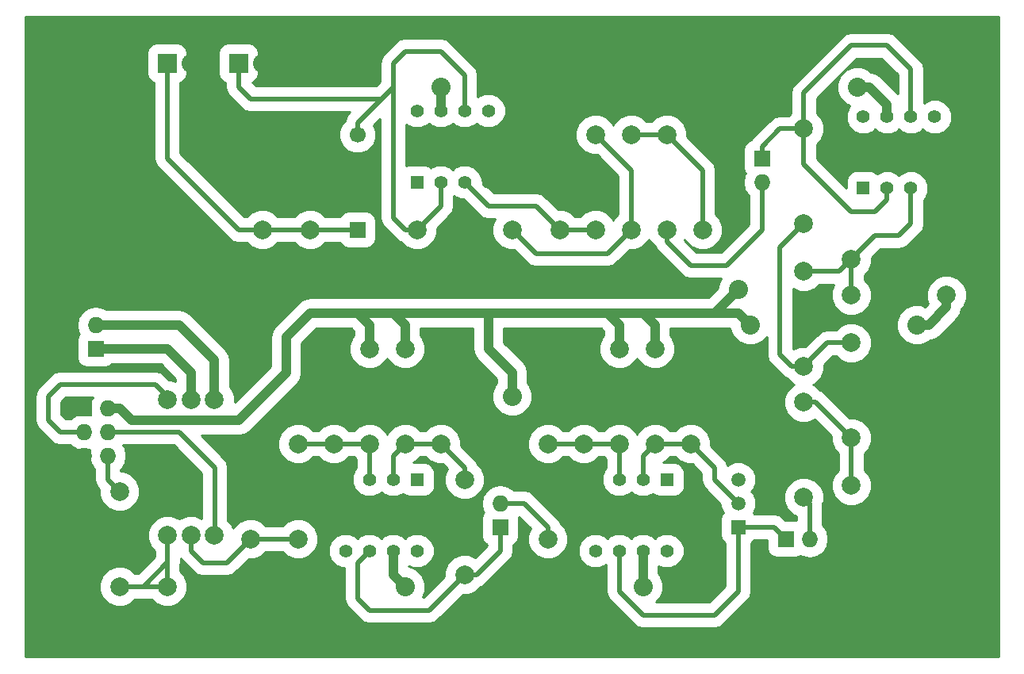
<source format=gbl>
G04 #@! TF.FileFunction,Copper,L2,Bot,Signal*
%FSLAX46Y46*%
G04 Gerber Fmt 4.6, Leading zero omitted, Abs format (unit mm)*
G04 Created by KiCad (PCBNEW (2014-10-31 BZR 5247)-product) date Monday, February 23, 2015 'PMt' 12:30:36 PM*
%MOMM*%
G01*
G04 APERTURE LIST*
%ADD10C,0.100000*%
%ADD11C,1.998980*%
%ADD12R,1.727200X1.727200*%
%ADD13O,1.727200X1.727200*%
%ADD14R,1.397000X1.397000*%
%ADD15C,1.397000*%
%ADD16C,1.699260*%
%ADD17R,1.699260X1.699260*%
%ADD18R,2.032000X2.032000*%
%ADD19O,2.032000X2.032000*%
%ADD20C,1.510000*%
%ADD21R,1.510000X1.510000*%
%ADD22C,2.000000*%
%ADD23C,2.032000*%
%ADD24C,0.254000*%
%ADD25C,0.508000*%
%ADD26C,1.016000*%
G04 APERTURE END LIST*
D10*
D11*
X116840000Y-99060000D03*
X116840000Y-109220000D03*
X113030000Y-114300000D03*
X102870000Y-114300000D03*
X143510000Y-99060000D03*
X143510000Y-109220000D03*
X170815000Y-94615000D03*
X170815000Y-104775000D03*
X175895000Y-88265000D03*
X175895000Y-98425000D03*
X170815000Y-80645000D03*
X170815000Y-90805000D03*
X160020000Y-66040000D03*
X160020000Y-76200000D03*
X144780000Y-66040000D03*
X144780000Y-76200000D03*
D12*
X95250000Y-88900000D03*
D13*
X95250000Y-86360000D03*
D12*
X138430000Y-107950000D03*
D13*
X138430000Y-105410000D03*
D12*
X168910000Y-109220000D03*
D13*
X171450000Y-109220000D03*
D12*
X93980000Y-95250000D03*
D13*
X96520000Y-95250000D03*
X93980000Y-97790000D03*
X96520000Y-97790000D03*
X93980000Y-100330000D03*
X96520000Y-100330000D03*
D12*
X166370000Y-68580000D03*
D13*
X166370000Y-71120000D03*
D11*
X120650000Y-88900000D03*
X120650000Y-99060000D03*
X128270000Y-99060000D03*
X128270000Y-88900000D03*
X132080000Y-99060000D03*
X132080000Y-88900000D03*
X124460000Y-88900000D03*
X124460000Y-99060000D03*
X134620000Y-113030000D03*
X134620000Y-102870000D03*
X97790000Y-104140000D03*
X97790000Y-114300000D03*
X111760000Y-109220000D03*
X111760000Y-99060000D03*
X147320000Y-88900000D03*
X147320000Y-99060000D03*
X154940000Y-99060000D03*
X154940000Y-88900000D03*
X158750000Y-99060000D03*
X158750000Y-88900000D03*
X151130000Y-88900000D03*
X151130000Y-99060000D03*
X175895000Y-103505000D03*
X186055000Y-103505000D03*
X175895000Y-79375000D03*
X186055000Y-79375000D03*
X175895000Y-83185000D03*
X186055000Y-83185000D03*
X170815000Y-65405000D03*
X170815000Y-75565000D03*
X156210000Y-66040000D03*
X156210000Y-76200000D03*
X152400000Y-76200000D03*
X152400000Y-66040000D03*
D14*
X129540000Y-102870000D03*
D15*
X127000000Y-102870000D03*
X124460000Y-102870000D03*
X121920000Y-102870000D03*
X121920000Y-110490000D03*
X124460000Y-110490000D03*
X127000000Y-110490000D03*
X129540000Y-110490000D03*
D14*
X177165000Y-71755000D03*
D15*
X179705000Y-71755000D03*
X182245000Y-71755000D03*
X184785000Y-71755000D03*
X184785000Y-64135000D03*
X182245000Y-64135000D03*
X179705000Y-64135000D03*
X177165000Y-64135000D03*
D14*
X129540000Y-71120000D03*
D15*
X132080000Y-71120000D03*
X134620000Y-71120000D03*
X137160000Y-71120000D03*
X137160000Y-63500000D03*
X134620000Y-63500000D03*
X132080000Y-63500000D03*
X129540000Y-63500000D03*
D11*
X118110000Y-76200000D03*
X118110000Y-66040000D03*
X129540000Y-76200000D03*
X139700000Y-76200000D03*
D16*
X123190000Y-66040000D03*
D17*
X123190000Y-76200000D03*
D18*
X110490000Y-58420000D03*
D19*
X113030000Y-58420000D03*
D11*
X148590000Y-76200000D03*
X148590000Y-66040000D03*
X113030000Y-76200000D03*
X113030000Y-66040000D03*
D20*
X163830000Y-102870000D03*
D21*
X163830000Y-107950000D03*
D20*
X163830000Y-105410000D03*
D22*
X102910000Y-94350000D03*
X105410000Y-94350000D03*
X107910000Y-94350000D03*
X102910000Y-108850000D03*
X105410000Y-108850000D03*
X107910000Y-108850000D03*
D14*
X156210000Y-102870000D03*
D15*
X153670000Y-102870000D03*
X151130000Y-102870000D03*
X148590000Y-102870000D03*
X148590000Y-110490000D03*
X151130000Y-110490000D03*
X153670000Y-110490000D03*
X156210000Y-110490000D03*
D18*
X102870000Y-58420000D03*
D19*
X105410000Y-58420000D03*
D23*
X139700000Y-93980000D03*
X153670000Y-114300000D03*
X128270000Y-114300000D03*
X165100000Y-86360000D03*
X182880000Y-86360000D03*
X163830000Y-82550000D03*
X176530000Y-60960000D03*
X132080000Y-60960000D03*
D24*
X124460000Y-99060000D02*
X124460000Y-102870000D01*
X120650000Y-99060000D02*
X124460000Y-99060000D01*
D25*
X124460000Y-99060000D02*
X124460000Y-102870000D01*
X120650000Y-99060000D02*
X124460000Y-99060000D01*
X116840000Y-99060000D02*
X120650000Y-99060000D01*
X151130000Y-99060000D02*
X151130000Y-102870000D01*
X147320000Y-99060000D02*
X151130000Y-99060000D01*
X143510000Y-99060000D02*
X147320000Y-99060000D01*
X172085000Y-94615000D02*
X175895000Y-98425000D01*
X170815000Y-94615000D02*
X172085000Y-94615000D01*
X175895000Y-98425000D02*
X175895000Y-103505000D01*
X173355000Y-88265000D02*
X170815000Y-90805000D01*
X175895000Y-88265000D02*
X173355000Y-88265000D01*
X169545000Y-90805000D02*
X168275000Y-89535000D01*
X168275000Y-89535000D02*
X168275000Y-78105000D01*
X168275000Y-78105000D02*
X170815000Y-75565000D01*
X170815000Y-90805000D02*
X169545000Y-90805000D01*
X130810000Y-116840000D02*
X124460000Y-116840000D01*
X124460000Y-116840000D02*
X123190000Y-115570000D01*
X123190000Y-115570000D02*
X123190000Y-111760000D01*
X123190000Y-111760000D02*
X124460000Y-110490000D01*
X134620000Y-113030000D02*
X130810000Y-116840000D01*
X135890000Y-113030000D02*
X138430000Y-110490000D01*
X138430000Y-110490000D02*
X138430000Y-107950000D01*
X134620000Y-113030000D02*
X135890000Y-113030000D01*
X163830000Y-114808000D02*
X161290000Y-117348000D01*
X161290000Y-117348000D02*
X153670000Y-117348000D01*
X153670000Y-117348000D02*
X151130000Y-114808000D01*
X151130000Y-114808000D02*
X151130000Y-110490000D01*
X163830000Y-107950000D02*
X163830000Y-114808000D01*
X167640000Y-107950000D02*
X168910000Y-109220000D01*
X163830000Y-107950000D02*
X167640000Y-107950000D01*
X179705000Y-73025000D02*
X178435000Y-74295000D01*
X178435000Y-74295000D02*
X175895000Y-74295000D01*
X175895000Y-74295000D02*
X170815000Y-69215000D01*
X170815000Y-69215000D02*
X170815000Y-65405000D01*
X179705000Y-71755000D02*
X179705000Y-73025000D01*
X182245000Y-59055000D02*
X179705000Y-56515000D01*
X179705000Y-56515000D02*
X175895000Y-56515000D01*
X175895000Y-56515000D02*
X170815000Y-61595000D01*
X170815000Y-61595000D02*
X170815000Y-65405000D01*
X182245000Y-64135000D02*
X182245000Y-59055000D01*
X168275000Y-65405000D02*
X166370000Y-67310000D01*
X166370000Y-67310000D02*
X166370000Y-68580000D01*
X170815000Y-65405000D02*
X168275000Y-65405000D01*
D26*
X115570000Y-87630000D02*
X118110000Y-85090000D01*
X118110000Y-85090000D02*
X123190000Y-85090000D01*
X123190000Y-85090000D02*
X124460000Y-86360000D01*
X124460000Y-86360000D02*
X124460000Y-88900000D01*
X96520000Y-95250000D02*
X97790000Y-95250000D01*
X115570000Y-91440000D02*
X115570000Y-90170000D01*
X110490000Y-96520000D02*
X115570000Y-91440000D01*
X99060000Y-96520000D02*
X110490000Y-96520000D01*
X97790000Y-95250000D02*
X99060000Y-96520000D01*
X115570000Y-90170000D02*
X115570000Y-87630000D01*
X127000000Y-85090000D02*
X128270000Y-86360000D01*
X128270000Y-86360000D02*
X128270000Y-88900000D01*
X123190000Y-85090000D02*
X127000000Y-85090000D01*
X149860000Y-85090000D02*
X151130000Y-86360000D01*
X151130000Y-86360000D02*
X151130000Y-88900000D01*
X137160000Y-85090000D02*
X149860000Y-85090000D01*
X127000000Y-85090000D02*
X137160000Y-85090000D01*
X153670000Y-85090000D02*
X154940000Y-86360000D01*
X154940000Y-86360000D02*
X154940000Y-88900000D01*
X149860000Y-85090000D02*
X153670000Y-85090000D01*
X137160000Y-88900000D02*
X139700000Y-91440000D01*
X139700000Y-91440000D02*
X139700000Y-93980000D01*
X153670000Y-114300000D02*
X153670000Y-110490000D01*
X137160000Y-85090000D02*
X137160000Y-88900000D01*
X128270000Y-114300000D02*
X127000000Y-113030000D01*
X127000000Y-113030000D02*
X127000000Y-110490000D01*
X163830000Y-85090000D02*
X165100000Y-86360000D01*
X182880000Y-86360000D02*
X184150000Y-86360000D01*
X184150000Y-86360000D02*
X186055000Y-84455000D01*
X186055000Y-84455000D02*
X186055000Y-83185000D01*
X161290000Y-85090000D02*
X163830000Y-85090000D01*
X153670000Y-85090000D02*
X161290000Y-85090000D01*
X176530000Y-60960000D02*
X177800000Y-60960000D01*
X177800000Y-60960000D02*
X179705000Y-62865000D01*
X179705000Y-62865000D02*
X179705000Y-64135000D01*
X161290000Y-85090000D02*
X163830000Y-82550000D01*
X132080000Y-60960000D02*
X132080000Y-63500000D01*
D25*
X91440000Y-97790000D02*
X93980000Y-97790000D01*
X90170000Y-96520000D02*
X91440000Y-97790000D01*
X90170000Y-93980000D02*
X90170000Y-96520000D01*
X91440000Y-92710000D02*
X90170000Y-93980000D01*
X101600000Y-92710000D02*
X91440000Y-92710000D01*
X102910000Y-94020000D02*
X101600000Y-92710000D01*
X102910000Y-94350000D02*
X102910000Y-94020000D01*
X107950000Y-108810000D02*
X107910000Y-108850000D01*
X104140000Y-97790000D02*
X107950000Y-101600000D01*
X107950000Y-101600000D02*
X107950000Y-108810000D01*
X96520000Y-97790000D02*
X104140000Y-97790000D01*
X111760000Y-109220000D02*
X116840000Y-109220000D01*
X105410000Y-110490000D02*
X106680000Y-111760000D01*
X106680000Y-111760000D02*
X109220000Y-111760000D01*
X109220000Y-111760000D02*
X111760000Y-109220000D01*
X105410000Y-108850000D02*
X105410000Y-110490000D01*
X100330000Y-114300000D02*
X102910000Y-111720000D01*
X102910000Y-111720000D02*
X102910000Y-108850000D01*
X97790000Y-114300000D02*
X100330000Y-114300000D01*
X100330000Y-114300000D02*
X102870000Y-114300000D01*
X102870000Y-111760000D02*
X102910000Y-111720000D01*
X102870000Y-114300000D02*
X102870000Y-111760000D01*
X140970000Y-105410000D02*
X143510000Y-107950000D01*
X143510000Y-107950000D02*
X143510000Y-109220000D01*
X138430000Y-105410000D02*
X140970000Y-105410000D01*
X171450000Y-105410000D02*
X170815000Y-104775000D01*
X171450000Y-109220000D02*
X171450000Y-105410000D01*
X174625000Y-80645000D02*
X178435000Y-76835000D01*
X178435000Y-76835000D02*
X180975000Y-76835000D01*
X180975000Y-76835000D02*
X182245000Y-75565000D01*
X182245000Y-75565000D02*
X182245000Y-71755000D01*
X170815000Y-80645000D02*
X174625000Y-80645000D01*
X175895000Y-83185000D02*
X175895000Y-79375000D01*
X160020000Y-69850000D02*
X156210000Y-66040000D01*
X160020000Y-76200000D02*
X160020000Y-69850000D01*
X156210000Y-66040000D02*
X152400000Y-66040000D01*
X137160000Y-73660000D02*
X134620000Y-71120000D01*
X142240000Y-73660000D02*
X137160000Y-73660000D01*
X144780000Y-76200000D02*
X142240000Y-73660000D01*
X148590000Y-76200000D02*
X144780000Y-76200000D01*
D26*
X105410000Y-91440000D02*
X102870000Y-88900000D01*
X102870000Y-88900000D02*
X95250000Y-88900000D01*
X105410000Y-94350000D02*
X105410000Y-91440000D01*
X107910000Y-90130000D02*
X104140000Y-86360000D01*
X104140000Y-86360000D02*
X95250000Y-86360000D01*
X107910000Y-94350000D02*
X107910000Y-90130000D01*
D25*
X96520000Y-102870000D02*
X97790000Y-104140000D01*
X96520000Y-100330000D02*
X96520000Y-102870000D01*
X166370000Y-76200000D02*
X162560000Y-80010000D01*
X162560000Y-80010000D02*
X158750000Y-80010000D01*
X158750000Y-80010000D02*
X156210000Y-77470000D01*
X156210000Y-77470000D02*
X156210000Y-76200000D01*
X166370000Y-71120000D02*
X166370000Y-76200000D01*
X134620000Y-101600000D02*
X134620000Y-102870000D01*
X132080000Y-99060000D02*
X134620000Y-101600000D01*
X128270000Y-99060000D02*
X132080000Y-99060000D01*
X127000000Y-100330000D02*
X128270000Y-99060000D01*
X127000000Y-102870000D02*
X127000000Y-100330000D01*
X161290000Y-102870000D02*
X163830000Y-105410000D01*
X161290000Y-101600000D02*
X161290000Y-102870000D01*
X158750000Y-99060000D02*
X161290000Y-101600000D01*
X154940000Y-99060000D02*
X158750000Y-99060000D01*
X153670000Y-100330000D02*
X154940000Y-99060000D01*
X153670000Y-102870000D02*
X153670000Y-100330000D01*
X152400000Y-69850000D02*
X148590000Y-66040000D01*
X152400000Y-76200000D02*
X152400000Y-69850000D01*
X149860000Y-78740000D02*
X142240000Y-78740000D01*
X142240000Y-78740000D02*
X139700000Y-76200000D01*
X152400000Y-76200000D02*
X149860000Y-78740000D01*
X132080000Y-73660000D02*
X132080000Y-71120000D01*
X129540000Y-76200000D02*
X132080000Y-73660000D01*
X134620000Y-59690000D02*
X132080000Y-57150000D01*
X132080000Y-57150000D02*
X128270000Y-57150000D01*
X128270000Y-57150000D02*
X127000000Y-58420000D01*
X127000000Y-60960000D02*
X127000000Y-74930000D01*
X127000000Y-58420000D02*
X127000000Y-60960000D01*
X127000000Y-74930000D02*
X128270000Y-76200000D01*
X128270000Y-76200000D02*
X129540000Y-76200000D01*
X134620000Y-63500000D02*
X134620000Y-59690000D01*
X125730000Y-62230000D02*
X127000000Y-60960000D01*
X123190000Y-64770000D02*
X125730000Y-62230000D01*
X123190000Y-66040000D02*
X123190000Y-64770000D01*
X110490000Y-60960000D02*
X111760000Y-62230000D01*
X111760000Y-62230000D02*
X125730000Y-62230000D01*
X110490000Y-58420000D02*
X110490000Y-60960000D01*
X102870000Y-68580000D02*
X102870000Y-58420000D01*
X110490000Y-76200000D02*
X102870000Y-68580000D01*
X113030000Y-76200000D02*
X110490000Y-76200000D01*
X118110000Y-76200000D02*
X113030000Y-76200000D01*
X123190000Y-76200000D02*
X118110000Y-76200000D01*
D24*
G36*
X94890514Y-94107000D02*
X94666143Y-94442795D01*
X94513400Y-95210688D01*
X94513400Y-95289312D01*
X94629560Y-95873293D01*
X93980000Y-95744088D01*
X93212107Y-95896831D01*
X92561120Y-96331808D01*
X92520232Y-96393000D01*
X92018656Y-96393000D01*
X91567000Y-95941344D01*
X91567000Y-94558656D01*
X92018656Y-94107000D01*
X94890514Y-94107000D01*
X94890514Y-94107000D01*
G37*
X94890514Y-94107000D02*
X94666143Y-94442795D01*
X94513400Y-95210688D01*
X94513400Y-95289312D01*
X94629560Y-95873293D01*
X93980000Y-95744088D01*
X93212107Y-95896831D01*
X92561120Y-96331808D01*
X92520232Y-96393000D01*
X92018656Y-96393000D01*
X91567000Y-95941344D01*
X91567000Y-94558656D01*
X92018656Y-94107000D01*
X94890514Y-94107000D01*
G36*
X191643000Y-121793000D02*
X188197861Y-121793000D01*
X188197861Y-82760702D01*
X187872374Y-81972962D01*
X187270208Y-81369744D01*
X186626819Y-81102586D01*
X186626819Y-63770310D01*
X186347058Y-63093237D01*
X185829488Y-62574763D01*
X185152904Y-62293820D01*
X184420310Y-62293181D01*
X183743237Y-62572942D01*
X183642000Y-62674002D01*
X183642000Y-59055000D01*
X183535660Y-58520391D01*
X183232828Y-58067172D01*
X180692828Y-55527172D01*
X180239609Y-55224340D01*
X179705000Y-55118000D01*
X175895000Y-55118000D01*
X175360391Y-55224340D01*
X174907172Y-55527172D01*
X169827172Y-60607172D01*
X169524340Y-61060391D01*
X169418000Y-61595000D01*
X169418000Y-63772265D01*
X169181853Y-64008000D01*
X168275000Y-64008000D01*
X167740391Y-64114340D01*
X167287172Y-64417172D01*
X165382172Y-66322172D01*
X165189532Y-66610476D01*
X164858942Y-66747411D01*
X164537411Y-67068943D01*
X164363400Y-67489043D01*
X164363400Y-67943757D01*
X164363400Y-69670957D01*
X164537411Y-70091058D01*
X164605657Y-70159304D01*
X164476831Y-70352107D01*
X164324088Y-71120000D01*
X164476831Y-71887893D01*
X164911808Y-72538880D01*
X164973000Y-72579767D01*
X164973000Y-75621344D01*
X161981344Y-78613000D01*
X159328656Y-78613000D01*
X158056241Y-77340585D01*
X158114816Y-77199522D01*
X158202626Y-77412038D01*
X158804792Y-78015256D01*
X159591963Y-78342117D01*
X160444298Y-78342861D01*
X161232038Y-78017374D01*
X161835256Y-77415208D01*
X162162117Y-76628037D01*
X162162861Y-75775702D01*
X161837374Y-74987962D01*
X161417000Y-74566853D01*
X161417000Y-69850000D01*
X161310660Y-69315391D01*
X161007828Y-68862172D01*
X158352345Y-66206689D01*
X158352861Y-65615702D01*
X158027374Y-64827962D01*
X157425208Y-64224744D01*
X156638037Y-63897883D01*
X155785702Y-63897139D01*
X154997962Y-64222626D01*
X154576853Y-64643000D01*
X154032734Y-64643000D01*
X153615208Y-64224744D01*
X152828037Y-63897883D01*
X151975702Y-63897139D01*
X151187962Y-64222626D01*
X150584744Y-64824792D01*
X150495183Y-65040477D01*
X150407374Y-64827962D01*
X149805208Y-64224744D01*
X149018037Y-63897883D01*
X148165702Y-63897139D01*
X147377962Y-64222626D01*
X146774744Y-64824792D01*
X146447883Y-65611963D01*
X146447139Y-66464298D01*
X146772626Y-67252038D01*
X147374792Y-67855256D01*
X148161963Y-68182117D01*
X148756980Y-68182636D01*
X151003000Y-70428656D01*
X151003000Y-74567265D01*
X150584744Y-74984792D01*
X150495183Y-75200477D01*
X150407374Y-74987962D01*
X149805208Y-74384744D01*
X149018037Y-74057883D01*
X148165702Y-74057139D01*
X147377962Y-74382626D01*
X146956853Y-74803000D01*
X146412734Y-74803000D01*
X145995208Y-74384744D01*
X145208037Y-74057883D01*
X144613019Y-74057363D01*
X143227828Y-72672172D01*
X142774609Y-72369340D01*
X142240000Y-72263000D01*
X137738656Y-72263000D01*
X136461617Y-70985961D01*
X136461819Y-70755310D01*
X136182058Y-70078237D01*
X135664488Y-69559763D01*
X134987904Y-69278820D01*
X134255310Y-69278181D01*
X133578237Y-69557942D01*
X133350056Y-69785725D01*
X133124488Y-69559763D01*
X132447904Y-69278820D01*
X131715310Y-69278181D01*
X131038237Y-69557942D01*
X131014792Y-69581345D01*
X130885957Y-69452511D01*
X130465857Y-69278500D01*
X130011143Y-69278500D01*
X128614143Y-69278500D01*
X128397000Y-69368443D01*
X128397000Y-64961552D01*
X128495512Y-65060237D01*
X129172096Y-65341180D01*
X129904690Y-65341819D01*
X130581763Y-65062058D01*
X130809943Y-64834274D01*
X131035512Y-65060237D01*
X131712096Y-65341180D01*
X132444690Y-65341819D01*
X133121763Y-65062058D01*
X133349943Y-64834274D01*
X133575512Y-65060237D01*
X134252096Y-65341180D01*
X134984690Y-65341819D01*
X135661763Y-65062058D01*
X135889943Y-64834274D01*
X136115512Y-65060237D01*
X136792096Y-65341180D01*
X137524690Y-65341819D01*
X138201763Y-65062058D01*
X138720237Y-64544488D01*
X139001180Y-63867904D01*
X139001819Y-63135310D01*
X138722058Y-62458237D01*
X138204488Y-61939763D01*
X137527904Y-61658820D01*
X136795310Y-61658181D01*
X136118237Y-61937942D01*
X136017000Y-62039002D01*
X136017000Y-59690000D01*
X135910660Y-59155391D01*
X135607828Y-58702172D01*
X133067828Y-56162172D01*
X132614609Y-55859340D01*
X132080000Y-55753000D01*
X128270000Y-55753000D01*
X127735391Y-55859340D01*
X127282172Y-56162172D01*
X126012172Y-57432172D01*
X125709340Y-57885391D01*
X125603000Y-58420000D01*
X125603000Y-60381344D01*
X125151344Y-60833000D01*
X112338656Y-60833000D01*
X111981763Y-60476107D01*
X112153458Y-60404989D01*
X112474989Y-60083457D01*
X112649000Y-59663357D01*
X112649000Y-59208643D01*
X112649000Y-57176643D01*
X112474989Y-56756542D01*
X112153457Y-56435011D01*
X111733357Y-56261000D01*
X111278643Y-56261000D01*
X109246643Y-56261000D01*
X108826542Y-56435011D01*
X108505011Y-56756543D01*
X108331000Y-57176643D01*
X108331000Y-57631357D01*
X108331000Y-59663357D01*
X108505011Y-60083458D01*
X108826543Y-60404989D01*
X109093000Y-60515359D01*
X109093000Y-60960000D01*
X109199340Y-61494609D01*
X109502172Y-61947828D01*
X110772172Y-63217828D01*
X111225391Y-63520660D01*
X111760000Y-63627000D01*
X122357344Y-63627000D01*
X122202172Y-63782172D01*
X121899340Y-64235391D01*
X121830473Y-64581606D01*
X121501715Y-64909792D01*
X121197717Y-65641902D01*
X121197025Y-66434620D01*
X121499745Y-67167260D01*
X122059792Y-67728285D01*
X122791902Y-68032283D01*
X123584620Y-68032975D01*
X124317260Y-67730255D01*
X124878285Y-67170208D01*
X125182283Y-66438098D01*
X125182975Y-65645380D01*
X124921966Y-65013689D01*
X125603000Y-64332656D01*
X125603000Y-74930000D01*
X125709340Y-75464609D01*
X126012172Y-75917828D01*
X127282172Y-77187828D01*
X127735391Y-77490660D01*
X127817393Y-77506971D01*
X128324792Y-78015256D01*
X129111963Y-78342117D01*
X129964298Y-78342861D01*
X130752038Y-78017374D01*
X131355256Y-77415208D01*
X131682117Y-76628037D01*
X131682636Y-76033019D01*
X133067828Y-74647828D01*
X133370660Y-74194609D01*
X133476999Y-73660000D01*
X133477000Y-73660000D01*
X133477000Y-72581552D01*
X133575512Y-72680237D01*
X134252096Y-72961180D01*
X134485727Y-72961383D01*
X136172172Y-74647828D01*
X136625391Y-74950660D01*
X137160000Y-75057000D01*
X137854760Y-75057000D01*
X137557883Y-75771963D01*
X137557139Y-76624298D01*
X137882626Y-77412038D01*
X138484792Y-78015256D01*
X139271963Y-78342117D01*
X139866980Y-78342636D01*
X141252172Y-79727828D01*
X141705391Y-80030660D01*
X142240000Y-80137000D01*
X149860000Y-80137000D01*
X150394609Y-80030660D01*
X150847828Y-79727828D01*
X152233310Y-78342345D01*
X152824298Y-78342861D01*
X153612038Y-78017374D01*
X154215256Y-77415208D01*
X154304816Y-77199522D01*
X154392626Y-77412038D01*
X154903209Y-77923513D01*
X154919340Y-78004609D01*
X155222172Y-78457828D01*
X157762172Y-80997828D01*
X158215391Y-81300660D01*
X158750000Y-81407000D01*
X161966884Y-81407000D01*
X161671376Y-82118664D01*
X161671153Y-82373980D01*
X160606133Y-83439000D01*
X153670000Y-83439000D01*
X149860000Y-83439000D01*
X137160000Y-83439000D01*
X127000000Y-83439000D01*
X125182630Y-83439000D01*
X125182630Y-77276987D01*
X125182630Y-76822273D01*
X125182630Y-75123013D01*
X125008619Y-74702912D01*
X124687087Y-74381381D01*
X124266987Y-74207370D01*
X123812273Y-74207370D01*
X122113013Y-74207370D01*
X121692912Y-74381381D01*
X121371381Y-74702913D01*
X121329923Y-74803000D01*
X119742734Y-74803000D01*
X119325208Y-74384744D01*
X118538037Y-74057883D01*
X117685702Y-74057139D01*
X116897962Y-74382626D01*
X116476853Y-74803000D01*
X114662734Y-74803000D01*
X114245208Y-74384744D01*
X113458037Y-74057883D01*
X112605702Y-74057139D01*
X111817962Y-74382626D01*
X111396853Y-74803000D01*
X111068656Y-74803000D01*
X104267000Y-68001344D01*
X104267000Y-60515359D01*
X104533458Y-60404989D01*
X104854989Y-60083457D01*
X105029000Y-59663357D01*
X105029000Y-59208643D01*
X105029000Y-57176643D01*
X104854989Y-56756542D01*
X104533457Y-56435011D01*
X104113357Y-56261000D01*
X103658643Y-56261000D01*
X101626643Y-56261000D01*
X101206542Y-56435011D01*
X100885011Y-56756543D01*
X100711000Y-57176643D01*
X100711000Y-57631357D01*
X100711000Y-59663357D01*
X100885011Y-60083458D01*
X101206543Y-60404989D01*
X101473000Y-60515359D01*
X101473000Y-68580000D01*
X101579340Y-69114609D01*
X101882172Y-69567828D01*
X109502172Y-77187828D01*
X109955391Y-77490660D01*
X110490000Y-77597000D01*
X111397265Y-77597000D01*
X111814792Y-78015256D01*
X112601963Y-78342117D01*
X113454298Y-78342861D01*
X114242038Y-78017374D01*
X114663146Y-77597000D01*
X116477265Y-77597000D01*
X116894792Y-78015256D01*
X117681963Y-78342117D01*
X118534298Y-78342861D01*
X119322038Y-78017374D01*
X119743146Y-77597000D01*
X121329923Y-77597000D01*
X121371381Y-77697088D01*
X121692913Y-78018619D01*
X122113013Y-78192630D01*
X122567727Y-78192630D01*
X124266987Y-78192630D01*
X124687088Y-78018619D01*
X125008619Y-77697087D01*
X125182630Y-77276987D01*
X125182630Y-83439000D01*
X123190000Y-83439000D01*
X118110000Y-83439000D01*
X117478190Y-83564675D01*
X117300458Y-83683431D01*
X116942566Y-83922567D01*
X114402567Y-86462567D01*
X114044675Y-86998189D01*
X113919000Y-87630000D01*
X113919000Y-90170000D01*
X113919000Y-90756134D01*
X110052762Y-94622371D01*
X110053371Y-93925601D01*
X109727806Y-93137674D01*
X109561000Y-92970576D01*
X109561000Y-90130000D01*
X109456175Y-89603013D01*
X109435325Y-89498190D01*
X109435325Y-89498189D01*
X109077433Y-88962567D01*
X105307433Y-85192567D01*
X104771811Y-84834675D01*
X104140000Y-84709000D01*
X96360800Y-84709000D01*
X96057205Y-84506143D01*
X95289312Y-84353400D01*
X95210688Y-84353400D01*
X94442795Y-84506143D01*
X93791808Y-84941120D01*
X93356831Y-85592107D01*
X93204088Y-86360000D01*
X93356831Y-87127893D01*
X93485658Y-87320695D01*
X93417411Y-87388943D01*
X93243400Y-87809043D01*
X93243400Y-88263757D01*
X93243400Y-89990957D01*
X93417411Y-90411058D01*
X93738943Y-90732589D01*
X94159043Y-90906600D01*
X94613757Y-90906600D01*
X96340957Y-90906600D01*
X96761058Y-90732589D01*
X96942646Y-90551000D01*
X102186133Y-90551000D01*
X103759000Y-92123866D01*
X103759000Y-92382129D01*
X103338139Y-92207373D01*
X103072797Y-92207141D01*
X102587828Y-91722172D01*
X102134609Y-91419340D01*
X101600000Y-91313000D01*
X91440000Y-91313000D01*
X90905391Y-91419340D01*
X90452172Y-91722172D01*
X89182172Y-92992172D01*
X88879340Y-93445391D01*
X88773000Y-93980000D01*
X88773000Y-96520000D01*
X88879340Y-97054609D01*
X89182172Y-97507828D01*
X90452172Y-98777828D01*
X90905391Y-99080660D01*
X91440000Y-99187000D01*
X92520232Y-99187000D01*
X92561120Y-99248192D01*
X93212107Y-99683169D01*
X93980000Y-99835912D01*
X94629560Y-99706706D01*
X94513400Y-100290688D01*
X94513400Y-100369312D01*
X94666143Y-101137205D01*
X95101120Y-101788192D01*
X95123000Y-101802811D01*
X95123000Y-102870000D01*
X95229340Y-103404609D01*
X95532172Y-103857828D01*
X95647654Y-103973310D01*
X95647139Y-104564298D01*
X95972626Y-105352038D01*
X96574792Y-105955256D01*
X97361963Y-106282117D01*
X98214298Y-106282861D01*
X99002038Y-105957374D01*
X99605256Y-105355208D01*
X99932117Y-104568037D01*
X99932861Y-103715702D01*
X99607374Y-102927962D01*
X99005208Y-102324744D01*
X98218037Y-101997883D01*
X97917000Y-101997620D01*
X97917000Y-101802811D01*
X97938880Y-101788192D01*
X98373857Y-101137205D01*
X98526600Y-100369312D01*
X98526600Y-100290688D01*
X98373857Y-99522795D01*
X98149485Y-99187000D01*
X103561344Y-99187000D01*
X106553000Y-102178656D01*
X106553000Y-107004208D01*
X105838139Y-106707373D01*
X104985601Y-106706629D01*
X104197674Y-107032194D01*
X104160463Y-107069339D01*
X104125497Y-107034312D01*
X103338139Y-106707373D01*
X102485601Y-106706629D01*
X101697674Y-107032194D01*
X101094312Y-107634503D01*
X100767373Y-108421861D01*
X100766629Y-109274399D01*
X101092194Y-110062326D01*
X101513000Y-110483867D01*
X101513000Y-111141344D01*
X99751344Y-112903000D01*
X99422734Y-112903000D01*
X99005208Y-112484744D01*
X98218037Y-112157883D01*
X97365702Y-112157139D01*
X96577962Y-112482626D01*
X95974744Y-113084792D01*
X95647883Y-113871963D01*
X95647139Y-114724298D01*
X95972626Y-115512038D01*
X96574792Y-116115256D01*
X97361963Y-116442117D01*
X98214298Y-116442861D01*
X99002038Y-116117374D01*
X99423146Y-115697000D01*
X100330000Y-115697000D01*
X101237265Y-115697000D01*
X101654792Y-116115256D01*
X102441963Y-116442117D01*
X103294298Y-116442861D01*
X104082038Y-116117374D01*
X104685256Y-115515208D01*
X105012117Y-114728037D01*
X105012861Y-113875702D01*
X104687374Y-113087962D01*
X104267000Y-112666853D01*
X104267000Y-111921094D01*
X104267000Y-111921093D01*
X104307000Y-111720000D01*
X104307000Y-111305461D01*
X104422172Y-111477828D01*
X105692172Y-112747828D01*
X106145391Y-113050660D01*
X106680000Y-113157000D01*
X109220000Y-113157000D01*
X109754609Y-113050660D01*
X110207828Y-112747828D01*
X111593310Y-111362345D01*
X112184298Y-111362861D01*
X112972038Y-111037374D01*
X113393146Y-110617000D01*
X115207265Y-110617000D01*
X115624792Y-111035256D01*
X116411963Y-111362117D01*
X117264298Y-111362861D01*
X118052038Y-111037374D01*
X118655256Y-110435208D01*
X118982117Y-109648037D01*
X118982861Y-108795702D01*
X118657374Y-108007962D01*
X118055208Y-107404744D01*
X117268037Y-107077883D01*
X116415702Y-107077139D01*
X115627962Y-107402626D01*
X115206853Y-107823000D01*
X113392734Y-107823000D01*
X112975208Y-107404744D01*
X112188037Y-107077883D01*
X111335702Y-107077139D01*
X110547962Y-107402626D01*
X109944744Y-108004792D01*
X109912039Y-108083553D01*
X109727806Y-107637674D01*
X109347000Y-107256202D01*
X109347000Y-101600000D01*
X109240660Y-101065391D01*
X108937828Y-100612172D01*
X106496656Y-98171000D01*
X110490000Y-98171000D01*
X111121810Y-98045325D01*
X111121811Y-98045325D01*
X111657433Y-97687433D01*
X116737433Y-92607433D01*
X117095325Y-92071810D01*
X117221000Y-91440000D01*
X117221000Y-90170000D01*
X117221000Y-88313866D01*
X118793866Y-86741000D01*
X122506134Y-86741000D01*
X122809000Y-87043866D01*
X122809000Y-87520822D01*
X122644744Y-87684792D01*
X122317883Y-88471963D01*
X122317139Y-89324298D01*
X122642626Y-90112038D01*
X123244792Y-90715256D01*
X124031963Y-91042117D01*
X124884298Y-91042861D01*
X125672038Y-90717374D01*
X126275256Y-90115208D01*
X126364816Y-89899522D01*
X126452626Y-90112038D01*
X127054792Y-90715256D01*
X127841963Y-91042117D01*
X128694298Y-91042861D01*
X129482038Y-90717374D01*
X130085256Y-90115208D01*
X130412117Y-89328037D01*
X130412861Y-88475702D01*
X130087374Y-87687962D01*
X129921000Y-87521297D01*
X129921000Y-86741000D01*
X135509000Y-86741000D01*
X135509000Y-88900000D01*
X135634675Y-89531811D01*
X135992567Y-90067433D01*
X138049000Y-92123866D01*
X138049000Y-92577495D01*
X137870756Y-92755428D01*
X137541376Y-93548664D01*
X137540626Y-94407567D01*
X137868622Y-95201377D01*
X138475428Y-95809244D01*
X139268664Y-96138624D01*
X140127567Y-96139374D01*
X140921377Y-95811378D01*
X141529244Y-95204572D01*
X141858624Y-94411336D01*
X141859374Y-93552433D01*
X141531378Y-92758623D01*
X141351000Y-92577929D01*
X141351000Y-91440000D01*
X141225325Y-90808190D01*
X141225324Y-90808189D01*
X141106568Y-90630458D01*
X140867433Y-90272567D01*
X140867433Y-90272566D01*
X138811000Y-88216133D01*
X138811000Y-86741000D01*
X149176134Y-86741000D01*
X149479000Y-87043866D01*
X149479000Y-87520822D01*
X149314744Y-87684792D01*
X148987883Y-88471963D01*
X148987139Y-89324298D01*
X149312626Y-90112038D01*
X149914792Y-90715256D01*
X150701963Y-91042117D01*
X151554298Y-91042861D01*
X152342038Y-90717374D01*
X152945256Y-90115208D01*
X153034816Y-89899522D01*
X153122626Y-90112038D01*
X153724792Y-90715256D01*
X154511963Y-91042117D01*
X155364298Y-91042861D01*
X156152038Y-90717374D01*
X156755256Y-90115208D01*
X157082117Y-89328037D01*
X157082861Y-88475702D01*
X156757374Y-87687962D01*
X156591000Y-87521297D01*
X156591000Y-86741000D01*
X161290000Y-86741000D01*
X162940666Y-86741000D01*
X162940626Y-86787567D01*
X163268622Y-87581377D01*
X163875428Y-88189244D01*
X164668664Y-88518624D01*
X165527567Y-88519374D01*
X166321377Y-88191378D01*
X166878000Y-87635726D01*
X166878000Y-89535000D01*
X166984340Y-90069609D01*
X167287172Y-90522828D01*
X168557172Y-91792828D01*
X169010391Y-92095660D01*
X169092393Y-92111971D01*
X169599792Y-92620256D01*
X169815477Y-92709816D01*
X169602962Y-92797626D01*
X168999744Y-93399792D01*
X168672883Y-94186963D01*
X168672139Y-95039298D01*
X168997626Y-95827038D01*
X169599792Y-96430256D01*
X170386963Y-96757117D01*
X171239298Y-96757861D01*
X171956049Y-96461705D01*
X173752654Y-98258310D01*
X173752139Y-98849298D01*
X174077626Y-99637038D01*
X174498000Y-100058146D01*
X174498000Y-101872265D01*
X174079744Y-102289792D01*
X173752883Y-103076963D01*
X173752139Y-103929298D01*
X174077626Y-104717038D01*
X174679792Y-105320256D01*
X175466963Y-105647117D01*
X176319298Y-105647861D01*
X177107038Y-105322374D01*
X177710256Y-104720208D01*
X178037117Y-103933037D01*
X178037861Y-103080702D01*
X177712374Y-102292962D01*
X177292000Y-101871853D01*
X177292000Y-100057734D01*
X177710256Y-99640208D01*
X178037117Y-98853037D01*
X178037861Y-98000702D01*
X177712374Y-97212962D01*
X177110208Y-96609744D01*
X176323037Y-96282883D01*
X175728019Y-96282363D01*
X173072828Y-93627172D01*
X172619609Y-93324340D01*
X172537606Y-93308028D01*
X172030208Y-92799744D01*
X171814522Y-92710183D01*
X172027038Y-92622374D01*
X172630256Y-92020208D01*
X172957117Y-91233037D01*
X172957636Y-90638019D01*
X173933656Y-89662000D01*
X174262265Y-89662000D01*
X174679792Y-90080256D01*
X175466963Y-90407117D01*
X176319298Y-90407861D01*
X177107038Y-90082374D01*
X177710256Y-89480208D01*
X178037117Y-88693037D01*
X178037861Y-87840702D01*
X177712374Y-87052962D01*
X177110208Y-86449744D01*
X176323037Y-86122883D01*
X175470702Y-86122139D01*
X174682962Y-86447626D01*
X174261853Y-86868000D01*
X173355000Y-86868000D01*
X172820391Y-86974340D01*
X172367172Y-87277172D01*
X170981689Y-88662654D01*
X170390702Y-88662139D01*
X169673950Y-88958294D01*
X169672000Y-88956344D01*
X169672000Y-82490239D01*
X170386963Y-82787117D01*
X171239298Y-82787861D01*
X172027038Y-82462374D01*
X172448146Y-82042000D01*
X174049760Y-82042000D01*
X173752883Y-82756963D01*
X173752139Y-83609298D01*
X174077626Y-84397038D01*
X174679792Y-85000256D01*
X175466963Y-85327117D01*
X176319298Y-85327861D01*
X177107038Y-85002374D01*
X177710256Y-84400208D01*
X178037117Y-83613037D01*
X178037861Y-82760702D01*
X177712374Y-81972962D01*
X177292000Y-81551853D01*
X177292000Y-81007734D01*
X177710256Y-80590208D01*
X178037117Y-79803037D01*
X178037636Y-79208019D01*
X179013656Y-78232000D01*
X180975000Y-78232000D01*
X181509609Y-78125660D01*
X181962828Y-77822828D01*
X183232828Y-76552828D01*
X183535660Y-76099609D01*
X183642000Y-75565000D01*
X183642000Y-72962440D01*
X183805237Y-72799488D01*
X184086180Y-72122904D01*
X184086819Y-71390310D01*
X183807058Y-70713237D01*
X183289488Y-70194763D01*
X182612904Y-69913820D01*
X181880310Y-69913181D01*
X181203237Y-70192942D01*
X180975056Y-70420725D01*
X180749488Y-70194763D01*
X180072904Y-69913820D01*
X179340310Y-69913181D01*
X178663237Y-70192942D01*
X178639792Y-70216345D01*
X178510957Y-70087511D01*
X178090857Y-69913500D01*
X177636143Y-69913500D01*
X176239143Y-69913500D01*
X175819042Y-70087511D01*
X175497511Y-70409043D01*
X175323500Y-70829143D01*
X175323500Y-71283857D01*
X175323500Y-71747844D01*
X172212000Y-68636344D01*
X172212000Y-67037734D01*
X172630256Y-66620208D01*
X172957117Y-65833037D01*
X172957861Y-64980702D01*
X172632374Y-64192962D01*
X172212000Y-63771853D01*
X172212000Y-62173656D01*
X176473656Y-57912000D01*
X179126344Y-57912000D01*
X180848000Y-59633656D01*
X180848000Y-61673134D01*
X178967433Y-59792567D01*
X178431811Y-59434675D01*
X177965334Y-59341887D01*
X177754572Y-59130756D01*
X176961336Y-58801376D01*
X176102433Y-58800626D01*
X175308623Y-59128622D01*
X174700756Y-59735428D01*
X174371376Y-60528664D01*
X174370626Y-61387567D01*
X174698622Y-62181377D01*
X175305428Y-62789244D01*
X175729965Y-62965527D01*
X175604763Y-63090512D01*
X175323820Y-63767096D01*
X175323181Y-64499690D01*
X175602942Y-65176763D01*
X176120512Y-65695237D01*
X176797096Y-65976180D01*
X177529690Y-65976819D01*
X178206763Y-65697058D01*
X178434943Y-65469274D01*
X178660512Y-65695237D01*
X179337096Y-65976180D01*
X180069690Y-65976819D01*
X180746763Y-65697058D01*
X180974943Y-65469274D01*
X181200512Y-65695237D01*
X181877096Y-65976180D01*
X182609690Y-65976819D01*
X183286763Y-65697058D01*
X183514943Y-65469274D01*
X183740512Y-65695237D01*
X184417096Y-65976180D01*
X185149690Y-65976819D01*
X185826763Y-65697058D01*
X186345237Y-65179488D01*
X186626180Y-64502904D01*
X186626819Y-63770310D01*
X186626819Y-81102586D01*
X186483037Y-81042883D01*
X185630702Y-81042139D01*
X184842962Y-81367626D01*
X184239744Y-81969792D01*
X183912883Y-82756963D01*
X183912139Y-83609298D01*
X184103267Y-84071866D01*
X183779400Y-84395733D01*
X183311336Y-84201376D01*
X182452433Y-84200626D01*
X181658623Y-84528622D01*
X181050756Y-85135428D01*
X180721376Y-85928664D01*
X180720626Y-86787567D01*
X181048622Y-87581377D01*
X181655428Y-88189244D01*
X182448664Y-88518624D01*
X183307567Y-88519374D01*
X184101377Y-88191378D01*
X184314935Y-87978192D01*
X184781810Y-87885325D01*
X184781811Y-87885325D01*
X185317433Y-87527433D01*
X187222433Y-85622433D01*
X187580325Y-85086810D01*
X187678902Y-84591227D01*
X187870256Y-84400208D01*
X188197117Y-83613037D01*
X188197861Y-82760702D01*
X188197861Y-121793000D01*
X173456600Y-121793000D01*
X173456600Y-109259312D01*
X173456600Y-109180688D01*
X173303857Y-108412795D01*
X172868880Y-107761808D01*
X172847000Y-107747188D01*
X172847000Y-105468228D01*
X172957117Y-105203037D01*
X172957861Y-104350702D01*
X172632374Y-103562962D01*
X172030208Y-102959744D01*
X171243037Y-102632883D01*
X170390702Y-102632139D01*
X169602962Y-102957626D01*
X168999744Y-103559792D01*
X168672883Y-104346963D01*
X168672139Y-105199298D01*
X168997626Y-105987038D01*
X169599792Y-106590256D01*
X170053000Y-106778443D01*
X170053000Y-107234956D01*
X170000957Y-107213400D01*
X169546243Y-107213400D01*
X168879056Y-107213400D01*
X168627828Y-106962172D01*
X168174609Y-106659340D01*
X167640000Y-106553000D01*
X165556249Y-106553000D01*
X165553989Y-106547542D01*
X165454207Y-106447761D01*
X165727670Y-105789192D01*
X165728329Y-105034121D01*
X165439984Y-104336274D01*
X165244177Y-104140125D01*
X165438108Y-103946534D01*
X165727670Y-103249192D01*
X165728329Y-102494121D01*
X165439984Y-101796274D01*
X164906534Y-101261892D01*
X164209192Y-100972330D01*
X163454121Y-100971671D01*
X162756274Y-101260016D01*
X162642053Y-101374037D01*
X162580660Y-101065391D01*
X162277828Y-100612172D01*
X160892345Y-99226689D01*
X160892861Y-98635702D01*
X160567374Y-97847962D01*
X159965208Y-97244744D01*
X159178037Y-96917883D01*
X158325702Y-96917139D01*
X157537962Y-97242626D01*
X157116853Y-97663000D01*
X156572734Y-97663000D01*
X156155208Y-97244744D01*
X155368037Y-96917883D01*
X154515702Y-96917139D01*
X153727962Y-97242626D01*
X153124744Y-97844792D01*
X153035183Y-98060477D01*
X152947374Y-97847962D01*
X152345208Y-97244744D01*
X151558037Y-96917883D01*
X150705702Y-96917139D01*
X149917962Y-97242626D01*
X149496853Y-97663000D01*
X148952734Y-97663000D01*
X148535208Y-97244744D01*
X147748037Y-96917883D01*
X146895702Y-96917139D01*
X146107962Y-97242626D01*
X145686853Y-97663000D01*
X145142734Y-97663000D01*
X144725208Y-97244744D01*
X143938037Y-96917883D01*
X143085702Y-96917139D01*
X142297962Y-97242626D01*
X141694744Y-97844792D01*
X141367883Y-98631963D01*
X141367139Y-99484298D01*
X141692626Y-100272038D01*
X142294792Y-100875256D01*
X143081963Y-101202117D01*
X143934298Y-101202861D01*
X144722038Y-100877374D01*
X145143146Y-100457000D01*
X145687265Y-100457000D01*
X146104792Y-100875256D01*
X146891963Y-101202117D01*
X147744298Y-101202861D01*
X148532038Y-100877374D01*
X148953146Y-100457000D01*
X149497265Y-100457000D01*
X149733000Y-100693146D01*
X149733000Y-101662559D01*
X149569763Y-101825512D01*
X149288820Y-102502096D01*
X149288181Y-103234690D01*
X149567942Y-103911763D01*
X150085512Y-104430237D01*
X150762096Y-104711180D01*
X151494690Y-104711819D01*
X152171763Y-104432058D01*
X152399943Y-104204274D01*
X152625512Y-104430237D01*
X153302096Y-104711180D01*
X154034690Y-104711819D01*
X154711763Y-104432058D01*
X154735207Y-104408654D01*
X154864043Y-104537489D01*
X155284143Y-104711500D01*
X155738857Y-104711500D01*
X157135857Y-104711500D01*
X157555958Y-104537489D01*
X157877489Y-104215957D01*
X158051500Y-103795857D01*
X158051500Y-103341143D01*
X158051500Y-101944143D01*
X157877489Y-101524042D01*
X157555957Y-101202511D01*
X157135857Y-101028500D01*
X156681143Y-101028500D01*
X155786284Y-101028500D01*
X156152038Y-100877374D01*
X156573146Y-100457000D01*
X157117265Y-100457000D01*
X157534792Y-100875256D01*
X158321963Y-101202117D01*
X158916980Y-101202636D01*
X159893000Y-102178656D01*
X159893000Y-102870000D01*
X159999340Y-103404609D01*
X160302172Y-103857828D01*
X161931931Y-105487587D01*
X161931671Y-105785879D01*
X162205341Y-106448211D01*
X162106011Y-106547543D01*
X161932000Y-106967643D01*
X161932000Y-107422357D01*
X161932000Y-108932357D01*
X162106011Y-109352458D01*
X162427543Y-109673989D01*
X162433000Y-109676249D01*
X162433000Y-114229344D01*
X160711344Y-115951000D01*
X155072070Y-115951000D01*
X155499244Y-115524572D01*
X155828624Y-114731336D01*
X155829374Y-113872433D01*
X155501378Y-113078623D01*
X155321000Y-112897929D01*
X155321000Y-112114801D01*
X155842096Y-112331180D01*
X156574690Y-112331819D01*
X157251763Y-112052058D01*
X157770237Y-111534488D01*
X158051180Y-110857904D01*
X158051819Y-110125310D01*
X157772058Y-109448237D01*
X157254488Y-108929763D01*
X156577904Y-108648820D01*
X155845310Y-108648181D01*
X155168237Y-108927942D01*
X154940056Y-109155725D01*
X154714488Y-108929763D01*
X154037904Y-108648820D01*
X153305310Y-108648181D01*
X152628237Y-108927942D01*
X152400056Y-109155725D01*
X152174488Y-108929763D01*
X151497904Y-108648820D01*
X150765310Y-108648181D01*
X150088237Y-108927942D01*
X149860056Y-109155725D01*
X149634488Y-108929763D01*
X148957904Y-108648820D01*
X148225310Y-108648181D01*
X147548237Y-108927942D01*
X147029763Y-109445512D01*
X146748820Y-110122096D01*
X146748181Y-110854690D01*
X147027942Y-111531763D01*
X147545512Y-112050237D01*
X148222096Y-112331180D01*
X148954690Y-112331819D01*
X149631763Y-112052058D01*
X149733000Y-111950997D01*
X149733000Y-114808000D01*
X149839340Y-115342609D01*
X150142172Y-115795828D01*
X152682172Y-118335828D01*
X153135391Y-118638660D01*
X153670000Y-118745000D01*
X161290000Y-118745000D01*
X161824609Y-118638660D01*
X162277828Y-118335828D01*
X164817828Y-115795828D01*
X165120660Y-115342609D01*
X165226999Y-114808000D01*
X165227000Y-114808000D01*
X165227000Y-109676249D01*
X165232458Y-109673989D01*
X165553989Y-109352457D01*
X165556249Y-109347000D01*
X166903400Y-109347000D01*
X166903400Y-110310957D01*
X167077411Y-110731058D01*
X167398943Y-111052589D01*
X167819043Y-111226600D01*
X168273757Y-111226600D01*
X170000957Y-111226600D01*
X170421058Y-111052589D01*
X170489304Y-110984342D01*
X170682107Y-111113169D01*
X171450000Y-111265912D01*
X172217893Y-111113169D01*
X172868880Y-110678192D01*
X173303857Y-110027205D01*
X173456600Y-109259312D01*
X173456600Y-121793000D01*
X145652861Y-121793000D01*
X145652861Y-108795702D01*
X145327374Y-108007962D01*
X144816790Y-107496486D01*
X144800660Y-107415391D01*
X144497828Y-106962172D01*
X141957828Y-104422172D01*
X141504609Y-104119340D01*
X140970000Y-104013000D01*
X139902811Y-104013000D01*
X139888192Y-103991120D01*
X139237205Y-103556143D01*
X138469312Y-103403400D01*
X138390688Y-103403400D01*
X137622795Y-103556143D01*
X136971808Y-103991120D01*
X136762861Y-104303830D01*
X136762861Y-102445702D01*
X136437374Y-101657962D01*
X135926790Y-101146486D01*
X135910660Y-101065391D01*
X135607828Y-100612172D01*
X134222345Y-99226689D01*
X134222861Y-98635702D01*
X133897374Y-97847962D01*
X133295208Y-97244744D01*
X132508037Y-96917883D01*
X131655702Y-96917139D01*
X130867962Y-97242626D01*
X130446853Y-97663000D01*
X129902734Y-97663000D01*
X129485208Y-97244744D01*
X128698037Y-96917883D01*
X127845702Y-96917139D01*
X127057962Y-97242626D01*
X126454744Y-97844792D01*
X126365183Y-98060477D01*
X126277374Y-97847962D01*
X125675208Y-97244744D01*
X124888037Y-96917883D01*
X124035702Y-96917139D01*
X123247962Y-97242626D01*
X122826853Y-97663000D01*
X122282734Y-97663000D01*
X121865208Y-97244744D01*
X121078037Y-96917883D01*
X120225702Y-96917139D01*
X119437962Y-97242626D01*
X119016853Y-97663000D01*
X118472734Y-97663000D01*
X118055208Y-97244744D01*
X117268037Y-96917883D01*
X116415702Y-96917139D01*
X115627962Y-97242626D01*
X115024744Y-97844792D01*
X114697883Y-98631963D01*
X114697139Y-99484298D01*
X115022626Y-100272038D01*
X115624792Y-100875256D01*
X116411963Y-101202117D01*
X117264298Y-101202861D01*
X118052038Y-100877374D01*
X118473146Y-100457000D01*
X119017265Y-100457000D01*
X119434792Y-100875256D01*
X120221963Y-101202117D01*
X121074298Y-101202861D01*
X121862038Y-100877374D01*
X122283146Y-100457000D01*
X122827265Y-100457000D01*
X123063000Y-100693146D01*
X123063000Y-101662559D01*
X122899763Y-101825512D01*
X122618820Y-102502096D01*
X122618181Y-103234690D01*
X122897942Y-103911763D01*
X123415512Y-104430237D01*
X124092096Y-104711180D01*
X124824690Y-104711819D01*
X125501763Y-104432058D01*
X125729943Y-104204274D01*
X125955512Y-104430237D01*
X126632096Y-104711180D01*
X127364690Y-104711819D01*
X128041763Y-104432058D01*
X128065207Y-104408654D01*
X128194043Y-104537489D01*
X128614143Y-104711500D01*
X129068857Y-104711500D01*
X130465857Y-104711500D01*
X130885958Y-104537489D01*
X131207489Y-104215957D01*
X131381500Y-103795857D01*
X131381500Y-103341143D01*
X131381500Y-101944143D01*
X131207489Y-101524042D01*
X130885957Y-101202511D01*
X130465857Y-101028500D01*
X130011143Y-101028500D01*
X129116284Y-101028500D01*
X129482038Y-100877374D01*
X129903146Y-100457000D01*
X130447265Y-100457000D01*
X130864792Y-100875256D01*
X131651963Y-101202117D01*
X132246980Y-101202636D01*
X132773758Y-101729414D01*
X132477883Y-102441963D01*
X132477139Y-103294298D01*
X132802626Y-104082038D01*
X133404792Y-104685256D01*
X134191963Y-105012117D01*
X135044298Y-105012861D01*
X135832038Y-104687374D01*
X136435256Y-104085208D01*
X136762117Y-103298037D01*
X136762861Y-102445702D01*
X136762861Y-104303830D01*
X136536831Y-104642107D01*
X136384088Y-105410000D01*
X136536831Y-106177893D01*
X136665658Y-106370695D01*
X136597411Y-106438943D01*
X136423400Y-106859043D01*
X136423400Y-107313757D01*
X136423400Y-109040957D01*
X136597411Y-109461058D01*
X136918943Y-109782589D01*
X137033000Y-109829832D01*
X137033000Y-109911344D01*
X135760585Y-111183758D01*
X135048037Y-110887883D01*
X134195702Y-110887139D01*
X133407962Y-111212626D01*
X132804744Y-111814792D01*
X132477883Y-112601963D01*
X132477363Y-113196980D01*
X130231344Y-115443000D01*
X130133115Y-115443000D01*
X130428624Y-114731336D01*
X130429374Y-113872433D01*
X130101378Y-113078623D01*
X129494572Y-112470756D01*
X128701336Y-112141376D01*
X128651000Y-112141332D01*
X128651000Y-112114801D01*
X129172096Y-112331180D01*
X129904690Y-112331819D01*
X130581763Y-112052058D01*
X131100237Y-111534488D01*
X131381180Y-110857904D01*
X131381819Y-110125310D01*
X131102058Y-109448237D01*
X130584488Y-108929763D01*
X129907904Y-108648820D01*
X129175310Y-108648181D01*
X128498237Y-108927942D01*
X128270056Y-109155725D01*
X128044488Y-108929763D01*
X127367904Y-108648820D01*
X126635310Y-108648181D01*
X125958237Y-108927942D01*
X125730056Y-109155725D01*
X125504488Y-108929763D01*
X124827904Y-108648820D01*
X124095310Y-108648181D01*
X123418237Y-108927942D01*
X123190056Y-109155725D01*
X122964488Y-108929763D01*
X122287904Y-108648820D01*
X121555310Y-108648181D01*
X120878237Y-108927942D01*
X120359763Y-109445512D01*
X120078820Y-110122096D01*
X120078181Y-110854690D01*
X120357942Y-111531763D01*
X120875512Y-112050237D01*
X121552096Y-112331180D01*
X121793000Y-112331390D01*
X121793000Y-115570000D01*
X121899340Y-116104609D01*
X122202172Y-116557828D01*
X123472172Y-117827828D01*
X123925391Y-118130660D01*
X124460000Y-118237000D01*
X130810000Y-118237000D01*
X131344609Y-118130660D01*
X131797828Y-117827828D01*
X134453310Y-115172345D01*
X135044298Y-115172861D01*
X135832038Y-114847374D01*
X136343513Y-114336790D01*
X136424609Y-114320660D01*
X136877828Y-114017828D01*
X139417828Y-111477828D01*
X139720660Y-111024609D01*
X139826999Y-110490000D01*
X139827000Y-110490000D01*
X139827000Y-109829833D01*
X139941058Y-109782589D01*
X140262589Y-109461057D01*
X140436600Y-109040957D01*
X140436600Y-108586243D01*
X140436600Y-106859043D01*
X140431800Y-106847456D01*
X141663758Y-108079414D01*
X141367883Y-108791963D01*
X141367139Y-109644298D01*
X141692626Y-110432038D01*
X142294792Y-111035256D01*
X143081963Y-111362117D01*
X143934298Y-111362861D01*
X144722038Y-111037374D01*
X145325256Y-110435208D01*
X145652117Y-109648037D01*
X145652861Y-108795702D01*
X145652861Y-121793000D01*
X87757000Y-121793000D01*
X87757000Y-53467000D01*
X191643000Y-53467000D01*
X191643000Y-121793000D01*
X191643000Y-121793000D01*
G37*
X191643000Y-121793000D02*
X188197861Y-121793000D01*
X188197861Y-82760702D01*
X187872374Y-81972962D01*
X187270208Y-81369744D01*
X186626819Y-81102586D01*
X186626819Y-63770310D01*
X186347058Y-63093237D01*
X185829488Y-62574763D01*
X185152904Y-62293820D01*
X184420310Y-62293181D01*
X183743237Y-62572942D01*
X183642000Y-62674002D01*
X183642000Y-59055000D01*
X183535660Y-58520391D01*
X183232828Y-58067172D01*
X180692828Y-55527172D01*
X180239609Y-55224340D01*
X179705000Y-55118000D01*
X175895000Y-55118000D01*
X175360391Y-55224340D01*
X174907172Y-55527172D01*
X169827172Y-60607172D01*
X169524340Y-61060391D01*
X169418000Y-61595000D01*
X169418000Y-63772265D01*
X169181853Y-64008000D01*
X168275000Y-64008000D01*
X167740391Y-64114340D01*
X167287172Y-64417172D01*
X165382172Y-66322172D01*
X165189532Y-66610476D01*
X164858942Y-66747411D01*
X164537411Y-67068943D01*
X164363400Y-67489043D01*
X164363400Y-67943757D01*
X164363400Y-69670957D01*
X164537411Y-70091058D01*
X164605657Y-70159304D01*
X164476831Y-70352107D01*
X164324088Y-71120000D01*
X164476831Y-71887893D01*
X164911808Y-72538880D01*
X164973000Y-72579767D01*
X164973000Y-75621344D01*
X161981344Y-78613000D01*
X159328656Y-78613000D01*
X158056241Y-77340585D01*
X158114816Y-77199522D01*
X158202626Y-77412038D01*
X158804792Y-78015256D01*
X159591963Y-78342117D01*
X160444298Y-78342861D01*
X161232038Y-78017374D01*
X161835256Y-77415208D01*
X162162117Y-76628037D01*
X162162861Y-75775702D01*
X161837374Y-74987962D01*
X161417000Y-74566853D01*
X161417000Y-69850000D01*
X161310660Y-69315391D01*
X161007828Y-68862172D01*
X158352345Y-66206689D01*
X158352861Y-65615702D01*
X158027374Y-64827962D01*
X157425208Y-64224744D01*
X156638037Y-63897883D01*
X155785702Y-63897139D01*
X154997962Y-64222626D01*
X154576853Y-64643000D01*
X154032734Y-64643000D01*
X153615208Y-64224744D01*
X152828037Y-63897883D01*
X151975702Y-63897139D01*
X151187962Y-64222626D01*
X150584744Y-64824792D01*
X150495183Y-65040477D01*
X150407374Y-64827962D01*
X149805208Y-64224744D01*
X149018037Y-63897883D01*
X148165702Y-63897139D01*
X147377962Y-64222626D01*
X146774744Y-64824792D01*
X146447883Y-65611963D01*
X146447139Y-66464298D01*
X146772626Y-67252038D01*
X147374792Y-67855256D01*
X148161963Y-68182117D01*
X148756980Y-68182636D01*
X151003000Y-70428656D01*
X151003000Y-74567265D01*
X150584744Y-74984792D01*
X150495183Y-75200477D01*
X150407374Y-74987962D01*
X149805208Y-74384744D01*
X149018037Y-74057883D01*
X148165702Y-74057139D01*
X147377962Y-74382626D01*
X146956853Y-74803000D01*
X146412734Y-74803000D01*
X145995208Y-74384744D01*
X145208037Y-74057883D01*
X144613019Y-74057363D01*
X143227828Y-72672172D01*
X142774609Y-72369340D01*
X142240000Y-72263000D01*
X137738656Y-72263000D01*
X136461617Y-70985961D01*
X136461819Y-70755310D01*
X136182058Y-70078237D01*
X135664488Y-69559763D01*
X134987904Y-69278820D01*
X134255310Y-69278181D01*
X133578237Y-69557942D01*
X133350056Y-69785725D01*
X133124488Y-69559763D01*
X132447904Y-69278820D01*
X131715310Y-69278181D01*
X131038237Y-69557942D01*
X131014792Y-69581345D01*
X130885957Y-69452511D01*
X130465857Y-69278500D01*
X130011143Y-69278500D01*
X128614143Y-69278500D01*
X128397000Y-69368443D01*
X128397000Y-64961552D01*
X128495512Y-65060237D01*
X129172096Y-65341180D01*
X129904690Y-65341819D01*
X130581763Y-65062058D01*
X130809943Y-64834274D01*
X131035512Y-65060237D01*
X131712096Y-65341180D01*
X132444690Y-65341819D01*
X133121763Y-65062058D01*
X133349943Y-64834274D01*
X133575512Y-65060237D01*
X134252096Y-65341180D01*
X134984690Y-65341819D01*
X135661763Y-65062058D01*
X135889943Y-64834274D01*
X136115512Y-65060237D01*
X136792096Y-65341180D01*
X137524690Y-65341819D01*
X138201763Y-65062058D01*
X138720237Y-64544488D01*
X139001180Y-63867904D01*
X139001819Y-63135310D01*
X138722058Y-62458237D01*
X138204488Y-61939763D01*
X137527904Y-61658820D01*
X136795310Y-61658181D01*
X136118237Y-61937942D01*
X136017000Y-62039002D01*
X136017000Y-59690000D01*
X135910660Y-59155391D01*
X135607828Y-58702172D01*
X133067828Y-56162172D01*
X132614609Y-55859340D01*
X132080000Y-55753000D01*
X128270000Y-55753000D01*
X127735391Y-55859340D01*
X127282172Y-56162172D01*
X126012172Y-57432172D01*
X125709340Y-57885391D01*
X125603000Y-58420000D01*
X125603000Y-60381344D01*
X125151344Y-60833000D01*
X112338656Y-60833000D01*
X111981763Y-60476107D01*
X112153458Y-60404989D01*
X112474989Y-60083457D01*
X112649000Y-59663357D01*
X112649000Y-59208643D01*
X112649000Y-57176643D01*
X112474989Y-56756542D01*
X112153457Y-56435011D01*
X111733357Y-56261000D01*
X111278643Y-56261000D01*
X109246643Y-56261000D01*
X108826542Y-56435011D01*
X108505011Y-56756543D01*
X108331000Y-57176643D01*
X108331000Y-57631357D01*
X108331000Y-59663357D01*
X108505011Y-60083458D01*
X108826543Y-60404989D01*
X109093000Y-60515359D01*
X109093000Y-60960000D01*
X109199340Y-61494609D01*
X109502172Y-61947828D01*
X110772172Y-63217828D01*
X111225391Y-63520660D01*
X111760000Y-63627000D01*
X122357344Y-63627000D01*
X122202172Y-63782172D01*
X121899340Y-64235391D01*
X121830473Y-64581606D01*
X121501715Y-64909792D01*
X121197717Y-65641902D01*
X121197025Y-66434620D01*
X121499745Y-67167260D01*
X122059792Y-67728285D01*
X122791902Y-68032283D01*
X123584620Y-68032975D01*
X124317260Y-67730255D01*
X124878285Y-67170208D01*
X125182283Y-66438098D01*
X125182975Y-65645380D01*
X124921966Y-65013689D01*
X125603000Y-64332656D01*
X125603000Y-74930000D01*
X125709340Y-75464609D01*
X126012172Y-75917828D01*
X127282172Y-77187828D01*
X127735391Y-77490660D01*
X127817393Y-77506971D01*
X128324792Y-78015256D01*
X129111963Y-78342117D01*
X129964298Y-78342861D01*
X130752038Y-78017374D01*
X131355256Y-77415208D01*
X131682117Y-76628037D01*
X131682636Y-76033019D01*
X133067828Y-74647828D01*
X133370660Y-74194609D01*
X133476999Y-73660000D01*
X133477000Y-73660000D01*
X133477000Y-72581552D01*
X133575512Y-72680237D01*
X134252096Y-72961180D01*
X134485727Y-72961383D01*
X136172172Y-74647828D01*
X136625391Y-74950660D01*
X137160000Y-75057000D01*
X137854760Y-75057000D01*
X137557883Y-75771963D01*
X137557139Y-76624298D01*
X137882626Y-77412038D01*
X138484792Y-78015256D01*
X139271963Y-78342117D01*
X139866980Y-78342636D01*
X141252172Y-79727828D01*
X141705391Y-80030660D01*
X142240000Y-80137000D01*
X149860000Y-80137000D01*
X150394609Y-80030660D01*
X150847828Y-79727828D01*
X152233310Y-78342345D01*
X152824298Y-78342861D01*
X153612038Y-78017374D01*
X154215256Y-77415208D01*
X154304816Y-77199522D01*
X154392626Y-77412038D01*
X154903209Y-77923513D01*
X154919340Y-78004609D01*
X155222172Y-78457828D01*
X157762172Y-80997828D01*
X158215391Y-81300660D01*
X158750000Y-81407000D01*
X161966884Y-81407000D01*
X161671376Y-82118664D01*
X161671153Y-82373980D01*
X160606133Y-83439000D01*
X153670000Y-83439000D01*
X149860000Y-83439000D01*
X137160000Y-83439000D01*
X127000000Y-83439000D01*
X125182630Y-83439000D01*
X125182630Y-77276987D01*
X125182630Y-76822273D01*
X125182630Y-75123013D01*
X125008619Y-74702912D01*
X124687087Y-74381381D01*
X124266987Y-74207370D01*
X123812273Y-74207370D01*
X122113013Y-74207370D01*
X121692912Y-74381381D01*
X121371381Y-74702913D01*
X121329923Y-74803000D01*
X119742734Y-74803000D01*
X119325208Y-74384744D01*
X118538037Y-74057883D01*
X117685702Y-74057139D01*
X116897962Y-74382626D01*
X116476853Y-74803000D01*
X114662734Y-74803000D01*
X114245208Y-74384744D01*
X113458037Y-74057883D01*
X112605702Y-74057139D01*
X111817962Y-74382626D01*
X111396853Y-74803000D01*
X111068656Y-74803000D01*
X104267000Y-68001344D01*
X104267000Y-60515359D01*
X104533458Y-60404989D01*
X104854989Y-60083457D01*
X105029000Y-59663357D01*
X105029000Y-59208643D01*
X105029000Y-57176643D01*
X104854989Y-56756542D01*
X104533457Y-56435011D01*
X104113357Y-56261000D01*
X103658643Y-56261000D01*
X101626643Y-56261000D01*
X101206542Y-56435011D01*
X100885011Y-56756543D01*
X100711000Y-57176643D01*
X100711000Y-57631357D01*
X100711000Y-59663357D01*
X100885011Y-60083458D01*
X101206543Y-60404989D01*
X101473000Y-60515359D01*
X101473000Y-68580000D01*
X101579340Y-69114609D01*
X101882172Y-69567828D01*
X109502172Y-77187828D01*
X109955391Y-77490660D01*
X110490000Y-77597000D01*
X111397265Y-77597000D01*
X111814792Y-78015256D01*
X112601963Y-78342117D01*
X113454298Y-78342861D01*
X114242038Y-78017374D01*
X114663146Y-77597000D01*
X116477265Y-77597000D01*
X116894792Y-78015256D01*
X117681963Y-78342117D01*
X118534298Y-78342861D01*
X119322038Y-78017374D01*
X119743146Y-77597000D01*
X121329923Y-77597000D01*
X121371381Y-77697088D01*
X121692913Y-78018619D01*
X122113013Y-78192630D01*
X122567727Y-78192630D01*
X124266987Y-78192630D01*
X124687088Y-78018619D01*
X125008619Y-77697087D01*
X125182630Y-77276987D01*
X125182630Y-83439000D01*
X123190000Y-83439000D01*
X118110000Y-83439000D01*
X117478190Y-83564675D01*
X117300458Y-83683431D01*
X116942566Y-83922567D01*
X114402567Y-86462567D01*
X114044675Y-86998189D01*
X113919000Y-87630000D01*
X113919000Y-90170000D01*
X113919000Y-90756134D01*
X110052762Y-94622371D01*
X110053371Y-93925601D01*
X109727806Y-93137674D01*
X109561000Y-92970576D01*
X109561000Y-90130000D01*
X109456175Y-89603013D01*
X109435325Y-89498190D01*
X109435325Y-89498189D01*
X109077433Y-88962567D01*
X105307433Y-85192567D01*
X104771811Y-84834675D01*
X104140000Y-84709000D01*
X96360800Y-84709000D01*
X96057205Y-84506143D01*
X95289312Y-84353400D01*
X95210688Y-84353400D01*
X94442795Y-84506143D01*
X93791808Y-84941120D01*
X93356831Y-85592107D01*
X93204088Y-86360000D01*
X93356831Y-87127893D01*
X93485658Y-87320695D01*
X93417411Y-87388943D01*
X93243400Y-87809043D01*
X93243400Y-88263757D01*
X93243400Y-89990957D01*
X93417411Y-90411058D01*
X93738943Y-90732589D01*
X94159043Y-90906600D01*
X94613757Y-90906600D01*
X96340957Y-90906600D01*
X96761058Y-90732589D01*
X96942646Y-90551000D01*
X102186133Y-90551000D01*
X103759000Y-92123866D01*
X103759000Y-92382129D01*
X103338139Y-92207373D01*
X103072797Y-92207141D01*
X102587828Y-91722172D01*
X102134609Y-91419340D01*
X101600000Y-91313000D01*
X91440000Y-91313000D01*
X90905391Y-91419340D01*
X90452172Y-91722172D01*
X89182172Y-92992172D01*
X88879340Y-93445391D01*
X88773000Y-93980000D01*
X88773000Y-96520000D01*
X88879340Y-97054609D01*
X89182172Y-97507828D01*
X90452172Y-98777828D01*
X90905391Y-99080660D01*
X91440000Y-99187000D01*
X92520232Y-99187000D01*
X92561120Y-99248192D01*
X93212107Y-99683169D01*
X93980000Y-99835912D01*
X94629560Y-99706706D01*
X94513400Y-100290688D01*
X94513400Y-100369312D01*
X94666143Y-101137205D01*
X95101120Y-101788192D01*
X95123000Y-101802811D01*
X95123000Y-102870000D01*
X95229340Y-103404609D01*
X95532172Y-103857828D01*
X95647654Y-103973310D01*
X95647139Y-104564298D01*
X95972626Y-105352038D01*
X96574792Y-105955256D01*
X97361963Y-106282117D01*
X98214298Y-106282861D01*
X99002038Y-105957374D01*
X99605256Y-105355208D01*
X99932117Y-104568037D01*
X99932861Y-103715702D01*
X99607374Y-102927962D01*
X99005208Y-102324744D01*
X98218037Y-101997883D01*
X97917000Y-101997620D01*
X97917000Y-101802811D01*
X97938880Y-101788192D01*
X98373857Y-101137205D01*
X98526600Y-100369312D01*
X98526600Y-100290688D01*
X98373857Y-99522795D01*
X98149485Y-99187000D01*
X103561344Y-99187000D01*
X106553000Y-102178656D01*
X106553000Y-107004208D01*
X105838139Y-106707373D01*
X104985601Y-106706629D01*
X104197674Y-107032194D01*
X104160463Y-107069339D01*
X104125497Y-107034312D01*
X103338139Y-106707373D01*
X102485601Y-106706629D01*
X101697674Y-107032194D01*
X101094312Y-107634503D01*
X100767373Y-108421861D01*
X100766629Y-109274399D01*
X101092194Y-110062326D01*
X101513000Y-110483867D01*
X101513000Y-111141344D01*
X99751344Y-112903000D01*
X99422734Y-112903000D01*
X99005208Y-112484744D01*
X98218037Y-112157883D01*
X97365702Y-112157139D01*
X96577962Y-112482626D01*
X95974744Y-113084792D01*
X95647883Y-113871963D01*
X95647139Y-114724298D01*
X95972626Y-115512038D01*
X96574792Y-116115256D01*
X97361963Y-116442117D01*
X98214298Y-116442861D01*
X99002038Y-116117374D01*
X99423146Y-115697000D01*
X100330000Y-115697000D01*
X101237265Y-115697000D01*
X101654792Y-116115256D01*
X102441963Y-116442117D01*
X103294298Y-116442861D01*
X104082038Y-116117374D01*
X104685256Y-115515208D01*
X105012117Y-114728037D01*
X105012861Y-113875702D01*
X104687374Y-113087962D01*
X104267000Y-112666853D01*
X104267000Y-111921094D01*
X104267000Y-111921093D01*
X104307000Y-111720000D01*
X104307000Y-111305461D01*
X104422172Y-111477828D01*
X105692172Y-112747828D01*
X106145391Y-113050660D01*
X106680000Y-113157000D01*
X109220000Y-113157000D01*
X109754609Y-113050660D01*
X110207828Y-112747828D01*
X111593310Y-111362345D01*
X112184298Y-111362861D01*
X112972038Y-111037374D01*
X113393146Y-110617000D01*
X115207265Y-110617000D01*
X115624792Y-111035256D01*
X116411963Y-111362117D01*
X117264298Y-111362861D01*
X118052038Y-111037374D01*
X118655256Y-110435208D01*
X118982117Y-109648037D01*
X118982861Y-108795702D01*
X118657374Y-108007962D01*
X118055208Y-107404744D01*
X117268037Y-107077883D01*
X116415702Y-107077139D01*
X115627962Y-107402626D01*
X115206853Y-107823000D01*
X113392734Y-107823000D01*
X112975208Y-107404744D01*
X112188037Y-107077883D01*
X111335702Y-107077139D01*
X110547962Y-107402626D01*
X109944744Y-108004792D01*
X109912039Y-108083553D01*
X109727806Y-107637674D01*
X109347000Y-107256202D01*
X109347000Y-101600000D01*
X109240660Y-101065391D01*
X108937828Y-100612172D01*
X106496656Y-98171000D01*
X110490000Y-98171000D01*
X111121810Y-98045325D01*
X111121811Y-98045325D01*
X111657433Y-97687433D01*
X116737433Y-92607433D01*
X117095325Y-92071810D01*
X117221000Y-91440000D01*
X117221000Y-90170000D01*
X117221000Y-88313866D01*
X118793866Y-86741000D01*
X122506134Y-86741000D01*
X122809000Y-87043866D01*
X122809000Y-87520822D01*
X122644744Y-87684792D01*
X122317883Y-88471963D01*
X122317139Y-89324298D01*
X122642626Y-90112038D01*
X123244792Y-90715256D01*
X124031963Y-91042117D01*
X124884298Y-91042861D01*
X125672038Y-90717374D01*
X126275256Y-90115208D01*
X126364816Y-89899522D01*
X126452626Y-90112038D01*
X127054792Y-90715256D01*
X127841963Y-91042117D01*
X128694298Y-91042861D01*
X129482038Y-90717374D01*
X130085256Y-90115208D01*
X130412117Y-89328037D01*
X130412861Y-88475702D01*
X130087374Y-87687962D01*
X129921000Y-87521297D01*
X129921000Y-86741000D01*
X135509000Y-86741000D01*
X135509000Y-88900000D01*
X135634675Y-89531811D01*
X135992567Y-90067433D01*
X138049000Y-92123866D01*
X138049000Y-92577495D01*
X137870756Y-92755428D01*
X137541376Y-93548664D01*
X137540626Y-94407567D01*
X137868622Y-95201377D01*
X138475428Y-95809244D01*
X139268664Y-96138624D01*
X140127567Y-96139374D01*
X140921377Y-95811378D01*
X141529244Y-95204572D01*
X141858624Y-94411336D01*
X141859374Y-93552433D01*
X141531378Y-92758623D01*
X141351000Y-92577929D01*
X141351000Y-91440000D01*
X141225325Y-90808190D01*
X141225324Y-90808189D01*
X141106568Y-90630458D01*
X140867433Y-90272567D01*
X140867433Y-90272566D01*
X138811000Y-88216133D01*
X138811000Y-86741000D01*
X149176134Y-86741000D01*
X149479000Y-87043866D01*
X149479000Y-87520822D01*
X149314744Y-87684792D01*
X148987883Y-88471963D01*
X148987139Y-89324298D01*
X149312626Y-90112038D01*
X149914792Y-90715256D01*
X150701963Y-91042117D01*
X151554298Y-91042861D01*
X152342038Y-90717374D01*
X152945256Y-90115208D01*
X153034816Y-89899522D01*
X153122626Y-90112038D01*
X153724792Y-90715256D01*
X154511963Y-91042117D01*
X155364298Y-91042861D01*
X156152038Y-90717374D01*
X156755256Y-90115208D01*
X157082117Y-89328037D01*
X157082861Y-88475702D01*
X156757374Y-87687962D01*
X156591000Y-87521297D01*
X156591000Y-86741000D01*
X161290000Y-86741000D01*
X162940666Y-86741000D01*
X162940626Y-86787567D01*
X163268622Y-87581377D01*
X163875428Y-88189244D01*
X164668664Y-88518624D01*
X165527567Y-88519374D01*
X166321377Y-88191378D01*
X166878000Y-87635726D01*
X166878000Y-89535000D01*
X166984340Y-90069609D01*
X167287172Y-90522828D01*
X168557172Y-91792828D01*
X169010391Y-92095660D01*
X169092393Y-92111971D01*
X169599792Y-92620256D01*
X169815477Y-92709816D01*
X169602962Y-92797626D01*
X168999744Y-93399792D01*
X168672883Y-94186963D01*
X168672139Y-95039298D01*
X168997626Y-95827038D01*
X169599792Y-96430256D01*
X170386963Y-96757117D01*
X171239298Y-96757861D01*
X171956049Y-96461705D01*
X173752654Y-98258310D01*
X173752139Y-98849298D01*
X174077626Y-99637038D01*
X174498000Y-100058146D01*
X174498000Y-101872265D01*
X174079744Y-102289792D01*
X173752883Y-103076963D01*
X173752139Y-103929298D01*
X174077626Y-104717038D01*
X174679792Y-105320256D01*
X175466963Y-105647117D01*
X176319298Y-105647861D01*
X177107038Y-105322374D01*
X177710256Y-104720208D01*
X178037117Y-103933037D01*
X178037861Y-103080702D01*
X177712374Y-102292962D01*
X177292000Y-101871853D01*
X177292000Y-100057734D01*
X177710256Y-99640208D01*
X178037117Y-98853037D01*
X178037861Y-98000702D01*
X177712374Y-97212962D01*
X177110208Y-96609744D01*
X176323037Y-96282883D01*
X175728019Y-96282363D01*
X173072828Y-93627172D01*
X172619609Y-93324340D01*
X172537606Y-93308028D01*
X172030208Y-92799744D01*
X171814522Y-92710183D01*
X172027038Y-92622374D01*
X172630256Y-92020208D01*
X172957117Y-91233037D01*
X172957636Y-90638019D01*
X173933656Y-89662000D01*
X174262265Y-89662000D01*
X174679792Y-90080256D01*
X175466963Y-90407117D01*
X176319298Y-90407861D01*
X177107038Y-90082374D01*
X177710256Y-89480208D01*
X178037117Y-88693037D01*
X178037861Y-87840702D01*
X177712374Y-87052962D01*
X177110208Y-86449744D01*
X176323037Y-86122883D01*
X175470702Y-86122139D01*
X174682962Y-86447626D01*
X174261853Y-86868000D01*
X173355000Y-86868000D01*
X172820391Y-86974340D01*
X172367172Y-87277172D01*
X170981689Y-88662654D01*
X170390702Y-88662139D01*
X169673950Y-88958294D01*
X169672000Y-88956344D01*
X169672000Y-82490239D01*
X170386963Y-82787117D01*
X171239298Y-82787861D01*
X172027038Y-82462374D01*
X172448146Y-82042000D01*
X174049760Y-82042000D01*
X173752883Y-82756963D01*
X173752139Y-83609298D01*
X174077626Y-84397038D01*
X174679792Y-85000256D01*
X175466963Y-85327117D01*
X176319298Y-85327861D01*
X177107038Y-85002374D01*
X177710256Y-84400208D01*
X178037117Y-83613037D01*
X178037861Y-82760702D01*
X177712374Y-81972962D01*
X177292000Y-81551853D01*
X177292000Y-81007734D01*
X177710256Y-80590208D01*
X178037117Y-79803037D01*
X178037636Y-79208019D01*
X179013656Y-78232000D01*
X180975000Y-78232000D01*
X181509609Y-78125660D01*
X181962828Y-77822828D01*
X183232828Y-76552828D01*
X183535660Y-76099609D01*
X183642000Y-75565000D01*
X183642000Y-72962440D01*
X183805237Y-72799488D01*
X184086180Y-72122904D01*
X184086819Y-71390310D01*
X183807058Y-70713237D01*
X183289488Y-70194763D01*
X182612904Y-69913820D01*
X181880310Y-69913181D01*
X181203237Y-70192942D01*
X180975056Y-70420725D01*
X180749488Y-70194763D01*
X180072904Y-69913820D01*
X179340310Y-69913181D01*
X178663237Y-70192942D01*
X178639792Y-70216345D01*
X178510957Y-70087511D01*
X178090857Y-69913500D01*
X177636143Y-69913500D01*
X176239143Y-69913500D01*
X175819042Y-70087511D01*
X175497511Y-70409043D01*
X175323500Y-70829143D01*
X175323500Y-71283857D01*
X175323500Y-71747844D01*
X172212000Y-68636344D01*
X172212000Y-67037734D01*
X172630256Y-66620208D01*
X172957117Y-65833037D01*
X172957861Y-64980702D01*
X172632374Y-64192962D01*
X172212000Y-63771853D01*
X172212000Y-62173656D01*
X176473656Y-57912000D01*
X179126344Y-57912000D01*
X180848000Y-59633656D01*
X180848000Y-61673134D01*
X178967433Y-59792567D01*
X178431811Y-59434675D01*
X177965334Y-59341887D01*
X177754572Y-59130756D01*
X176961336Y-58801376D01*
X176102433Y-58800626D01*
X175308623Y-59128622D01*
X174700756Y-59735428D01*
X174371376Y-60528664D01*
X174370626Y-61387567D01*
X174698622Y-62181377D01*
X175305428Y-62789244D01*
X175729965Y-62965527D01*
X175604763Y-63090512D01*
X175323820Y-63767096D01*
X175323181Y-64499690D01*
X175602942Y-65176763D01*
X176120512Y-65695237D01*
X176797096Y-65976180D01*
X177529690Y-65976819D01*
X178206763Y-65697058D01*
X178434943Y-65469274D01*
X178660512Y-65695237D01*
X179337096Y-65976180D01*
X180069690Y-65976819D01*
X180746763Y-65697058D01*
X180974943Y-65469274D01*
X181200512Y-65695237D01*
X181877096Y-65976180D01*
X182609690Y-65976819D01*
X183286763Y-65697058D01*
X183514943Y-65469274D01*
X183740512Y-65695237D01*
X184417096Y-65976180D01*
X185149690Y-65976819D01*
X185826763Y-65697058D01*
X186345237Y-65179488D01*
X186626180Y-64502904D01*
X186626819Y-63770310D01*
X186626819Y-81102586D01*
X186483037Y-81042883D01*
X185630702Y-81042139D01*
X184842962Y-81367626D01*
X184239744Y-81969792D01*
X183912883Y-82756963D01*
X183912139Y-83609298D01*
X184103267Y-84071866D01*
X183779400Y-84395733D01*
X183311336Y-84201376D01*
X182452433Y-84200626D01*
X181658623Y-84528622D01*
X181050756Y-85135428D01*
X180721376Y-85928664D01*
X180720626Y-86787567D01*
X181048622Y-87581377D01*
X181655428Y-88189244D01*
X182448664Y-88518624D01*
X183307567Y-88519374D01*
X184101377Y-88191378D01*
X184314935Y-87978192D01*
X184781810Y-87885325D01*
X184781811Y-87885325D01*
X185317433Y-87527433D01*
X187222433Y-85622433D01*
X187580325Y-85086810D01*
X187678902Y-84591227D01*
X187870256Y-84400208D01*
X188197117Y-83613037D01*
X188197861Y-82760702D01*
X188197861Y-121793000D01*
X173456600Y-121793000D01*
X173456600Y-109259312D01*
X173456600Y-109180688D01*
X173303857Y-108412795D01*
X172868880Y-107761808D01*
X172847000Y-107747188D01*
X172847000Y-105468228D01*
X172957117Y-105203037D01*
X172957861Y-104350702D01*
X172632374Y-103562962D01*
X172030208Y-102959744D01*
X171243037Y-102632883D01*
X170390702Y-102632139D01*
X169602962Y-102957626D01*
X168999744Y-103559792D01*
X168672883Y-104346963D01*
X168672139Y-105199298D01*
X168997626Y-105987038D01*
X169599792Y-106590256D01*
X170053000Y-106778443D01*
X170053000Y-107234956D01*
X170000957Y-107213400D01*
X169546243Y-107213400D01*
X168879056Y-107213400D01*
X168627828Y-106962172D01*
X168174609Y-106659340D01*
X167640000Y-106553000D01*
X165556249Y-106553000D01*
X165553989Y-106547542D01*
X165454207Y-106447761D01*
X165727670Y-105789192D01*
X165728329Y-105034121D01*
X165439984Y-104336274D01*
X165244177Y-104140125D01*
X165438108Y-103946534D01*
X165727670Y-103249192D01*
X165728329Y-102494121D01*
X165439984Y-101796274D01*
X164906534Y-101261892D01*
X164209192Y-100972330D01*
X163454121Y-100971671D01*
X162756274Y-101260016D01*
X162642053Y-101374037D01*
X162580660Y-101065391D01*
X162277828Y-100612172D01*
X160892345Y-99226689D01*
X160892861Y-98635702D01*
X160567374Y-97847962D01*
X159965208Y-97244744D01*
X159178037Y-96917883D01*
X158325702Y-96917139D01*
X157537962Y-97242626D01*
X157116853Y-97663000D01*
X156572734Y-97663000D01*
X156155208Y-97244744D01*
X155368037Y-96917883D01*
X154515702Y-96917139D01*
X153727962Y-97242626D01*
X153124744Y-97844792D01*
X153035183Y-98060477D01*
X152947374Y-97847962D01*
X152345208Y-97244744D01*
X151558037Y-96917883D01*
X150705702Y-96917139D01*
X149917962Y-97242626D01*
X149496853Y-97663000D01*
X148952734Y-97663000D01*
X148535208Y-97244744D01*
X147748037Y-96917883D01*
X146895702Y-96917139D01*
X146107962Y-97242626D01*
X145686853Y-97663000D01*
X145142734Y-97663000D01*
X144725208Y-97244744D01*
X143938037Y-96917883D01*
X143085702Y-96917139D01*
X142297962Y-97242626D01*
X141694744Y-97844792D01*
X141367883Y-98631963D01*
X141367139Y-99484298D01*
X141692626Y-100272038D01*
X142294792Y-100875256D01*
X143081963Y-101202117D01*
X143934298Y-101202861D01*
X144722038Y-100877374D01*
X145143146Y-100457000D01*
X145687265Y-100457000D01*
X146104792Y-100875256D01*
X146891963Y-101202117D01*
X147744298Y-101202861D01*
X148532038Y-100877374D01*
X148953146Y-100457000D01*
X149497265Y-100457000D01*
X149733000Y-100693146D01*
X149733000Y-101662559D01*
X149569763Y-101825512D01*
X149288820Y-102502096D01*
X149288181Y-103234690D01*
X149567942Y-103911763D01*
X150085512Y-104430237D01*
X150762096Y-104711180D01*
X151494690Y-104711819D01*
X152171763Y-104432058D01*
X152399943Y-104204274D01*
X152625512Y-104430237D01*
X153302096Y-104711180D01*
X154034690Y-104711819D01*
X154711763Y-104432058D01*
X154735207Y-104408654D01*
X154864043Y-104537489D01*
X155284143Y-104711500D01*
X155738857Y-104711500D01*
X157135857Y-104711500D01*
X157555958Y-104537489D01*
X157877489Y-104215957D01*
X158051500Y-103795857D01*
X158051500Y-103341143D01*
X158051500Y-101944143D01*
X157877489Y-101524042D01*
X157555957Y-101202511D01*
X157135857Y-101028500D01*
X156681143Y-101028500D01*
X155786284Y-101028500D01*
X156152038Y-100877374D01*
X156573146Y-100457000D01*
X157117265Y-100457000D01*
X157534792Y-100875256D01*
X158321963Y-101202117D01*
X158916980Y-101202636D01*
X159893000Y-102178656D01*
X159893000Y-102870000D01*
X159999340Y-103404609D01*
X160302172Y-103857828D01*
X161931931Y-105487587D01*
X161931671Y-105785879D01*
X162205341Y-106448211D01*
X162106011Y-106547543D01*
X161932000Y-106967643D01*
X161932000Y-107422357D01*
X161932000Y-108932357D01*
X162106011Y-109352458D01*
X162427543Y-109673989D01*
X162433000Y-109676249D01*
X162433000Y-114229344D01*
X160711344Y-115951000D01*
X155072070Y-115951000D01*
X155499244Y-115524572D01*
X155828624Y-114731336D01*
X155829374Y-113872433D01*
X155501378Y-113078623D01*
X155321000Y-112897929D01*
X155321000Y-112114801D01*
X155842096Y-112331180D01*
X156574690Y-112331819D01*
X157251763Y-112052058D01*
X157770237Y-111534488D01*
X158051180Y-110857904D01*
X158051819Y-110125310D01*
X157772058Y-109448237D01*
X157254488Y-108929763D01*
X156577904Y-108648820D01*
X155845310Y-108648181D01*
X155168237Y-108927942D01*
X154940056Y-109155725D01*
X154714488Y-108929763D01*
X154037904Y-108648820D01*
X153305310Y-108648181D01*
X152628237Y-108927942D01*
X152400056Y-109155725D01*
X152174488Y-108929763D01*
X151497904Y-108648820D01*
X150765310Y-108648181D01*
X150088237Y-108927942D01*
X149860056Y-109155725D01*
X149634488Y-108929763D01*
X148957904Y-108648820D01*
X148225310Y-108648181D01*
X147548237Y-108927942D01*
X147029763Y-109445512D01*
X146748820Y-110122096D01*
X146748181Y-110854690D01*
X147027942Y-111531763D01*
X147545512Y-112050237D01*
X148222096Y-112331180D01*
X148954690Y-112331819D01*
X149631763Y-112052058D01*
X149733000Y-111950997D01*
X149733000Y-114808000D01*
X149839340Y-115342609D01*
X150142172Y-115795828D01*
X152682172Y-118335828D01*
X153135391Y-118638660D01*
X153670000Y-118745000D01*
X161290000Y-118745000D01*
X161824609Y-118638660D01*
X162277828Y-118335828D01*
X164817828Y-115795828D01*
X165120660Y-115342609D01*
X165226999Y-114808000D01*
X165227000Y-114808000D01*
X165227000Y-109676249D01*
X165232458Y-109673989D01*
X165553989Y-109352457D01*
X165556249Y-109347000D01*
X166903400Y-109347000D01*
X166903400Y-110310957D01*
X167077411Y-110731058D01*
X167398943Y-111052589D01*
X167819043Y-111226600D01*
X168273757Y-111226600D01*
X170000957Y-111226600D01*
X170421058Y-111052589D01*
X170489304Y-110984342D01*
X170682107Y-111113169D01*
X171450000Y-111265912D01*
X172217893Y-111113169D01*
X172868880Y-110678192D01*
X173303857Y-110027205D01*
X173456600Y-109259312D01*
X173456600Y-121793000D01*
X145652861Y-121793000D01*
X145652861Y-108795702D01*
X145327374Y-108007962D01*
X144816790Y-107496486D01*
X144800660Y-107415391D01*
X144497828Y-106962172D01*
X141957828Y-104422172D01*
X141504609Y-104119340D01*
X140970000Y-104013000D01*
X139902811Y-104013000D01*
X139888192Y-103991120D01*
X139237205Y-103556143D01*
X138469312Y-103403400D01*
X138390688Y-103403400D01*
X137622795Y-103556143D01*
X136971808Y-103991120D01*
X136762861Y-104303830D01*
X136762861Y-102445702D01*
X136437374Y-101657962D01*
X135926790Y-101146486D01*
X135910660Y-101065391D01*
X135607828Y-100612172D01*
X134222345Y-99226689D01*
X134222861Y-98635702D01*
X133897374Y-97847962D01*
X133295208Y-97244744D01*
X132508037Y-96917883D01*
X131655702Y-96917139D01*
X130867962Y-97242626D01*
X130446853Y-97663000D01*
X129902734Y-97663000D01*
X129485208Y-97244744D01*
X128698037Y-96917883D01*
X127845702Y-96917139D01*
X127057962Y-97242626D01*
X126454744Y-97844792D01*
X126365183Y-98060477D01*
X126277374Y-97847962D01*
X125675208Y-97244744D01*
X124888037Y-96917883D01*
X124035702Y-96917139D01*
X123247962Y-97242626D01*
X122826853Y-97663000D01*
X122282734Y-97663000D01*
X121865208Y-97244744D01*
X121078037Y-96917883D01*
X120225702Y-96917139D01*
X119437962Y-97242626D01*
X119016853Y-97663000D01*
X118472734Y-97663000D01*
X118055208Y-97244744D01*
X117268037Y-96917883D01*
X116415702Y-96917139D01*
X115627962Y-97242626D01*
X115024744Y-97844792D01*
X114697883Y-98631963D01*
X114697139Y-99484298D01*
X115022626Y-100272038D01*
X115624792Y-100875256D01*
X116411963Y-101202117D01*
X117264298Y-101202861D01*
X118052038Y-100877374D01*
X118473146Y-100457000D01*
X119017265Y-100457000D01*
X119434792Y-100875256D01*
X120221963Y-101202117D01*
X121074298Y-101202861D01*
X121862038Y-100877374D01*
X122283146Y-100457000D01*
X122827265Y-100457000D01*
X123063000Y-100693146D01*
X123063000Y-101662559D01*
X122899763Y-101825512D01*
X122618820Y-102502096D01*
X122618181Y-103234690D01*
X122897942Y-103911763D01*
X123415512Y-104430237D01*
X124092096Y-104711180D01*
X124824690Y-104711819D01*
X125501763Y-104432058D01*
X125729943Y-104204274D01*
X125955512Y-104430237D01*
X126632096Y-104711180D01*
X127364690Y-104711819D01*
X128041763Y-104432058D01*
X128065207Y-104408654D01*
X128194043Y-104537489D01*
X128614143Y-104711500D01*
X129068857Y-104711500D01*
X130465857Y-104711500D01*
X130885958Y-104537489D01*
X131207489Y-104215957D01*
X131381500Y-103795857D01*
X131381500Y-103341143D01*
X131381500Y-101944143D01*
X131207489Y-101524042D01*
X130885957Y-101202511D01*
X130465857Y-101028500D01*
X130011143Y-101028500D01*
X129116284Y-101028500D01*
X129482038Y-100877374D01*
X129903146Y-100457000D01*
X130447265Y-100457000D01*
X130864792Y-100875256D01*
X131651963Y-101202117D01*
X132246980Y-101202636D01*
X132773758Y-101729414D01*
X132477883Y-102441963D01*
X132477139Y-103294298D01*
X132802626Y-104082038D01*
X133404792Y-104685256D01*
X134191963Y-105012117D01*
X135044298Y-105012861D01*
X135832038Y-104687374D01*
X136435256Y-104085208D01*
X136762117Y-103298037D01*
X136762861Y-102445702D01*
X136762861Y-104303830D01*
X136536831Y-104642107D01*
X136384088Y-105410000D01*
X136536831Y-106177893D01*
X136665658Y-106370695D01*
X136597411Y-106438943D01*
X136423400Y-106859043D01*
X136423400Y-107313757D01*
X136423400Y-109040957D01*
X136597411Y-109461058D01*
X136918943Y-109782589D01*
X137033000Y-109829832D01*
X137033000Y-109911344D01*
X135760585Y-111183758D01*
X135048037Y-110887883D01*
X134195702Y-110887139D01*
X133407962Y-111212626D01*
X132804744Y-111814792D01*
X132477883Y-112601963D01*
X132477363Y-113196980D01*
X130231344Y-115443000D01*
X130133115Y-115443000D01*
X130428624Y-114731336D01*
X130429374Y-113872433D01*
X130101378Y-113078623D01*
X129494572Y-112470756D01*
X128701336Y-112141376D01*
X128651000Y-112141332D01*
X128651000Y-112114801D01*
X129172096Y-112331180D01*
X129904690Y-112331819D01*
X130581763Y-112052058D01*
X131100237Y-111534488D01*
X131381180Y-110857904D01*
X131381819Y-110125310D01*
X131102058Y-109448237D01*
X130584488Y-108929763D01*
X129907904Y-108648820D01*
X129175310Y-108648181D01*
X128498237Y-108927942D01*
X128270056Y-109155725D01*
X128044488Y-108929763D01*
X127367904Y-108648820D01*
X126635310Y-108648181D01*
X125958237Y-108927942D01*
X125730056Y-109155725D01*
X125504488Y-108929763D01*
X124827904Y-108648820D01*
X124095310Y-108648181D01*
X123418237Y-108927942D01*
X123190056Y-109155725D01*
X122964488Y-108929763D01*
X122287904Y-108648820D01*
X121555310Y-108648181D01*
X120878237Y-108927942D01*
X120359763Y-109445512D01*
X120078820Y-110122096D01*
X120078181Y-110854690D01*
X120357942Y-111531763D01*
X120875512Y-112050237D01*
X121552096Y-112331180D01*
X121793000Y-112331390D01*
X121793000Y-115570000D01*
X121899340Y-116104609D01*
X122202172Y-116557828D01*
X123472172Y-117827828D01*
X123925391Y-118130660D01*
X124460000Y-118237000D01*
X130810000Y-118237000D01*
X131344609Y-118130660D01*
X131797828Y-117827828D01*
X134453310Y-115172345D01*
X135044298Y-115172861D01*
X135832038Y-114847374D01*
X136343513Y-114336790D01*
X136424609Y-114320660D01*
X136877828Y-114017828D01*
X139417828Y-111477828D01*
X139720660Y-111024609D01*
X139826999Y-110490000D01*
X139827000Y-110490000D01*
X139827000Y-109829833D01*
X139941058Y-109782589D01*
X140262589Y-109461057D01*
X140436600Y-109040957D01*
X140436600Y-108586243D01*
X140436600Y-106859043D01*
X140431800Y-106847456D01*
X141663758Y-108079414D01*
X141367883Y-108791963D01*
X141367139Y-109644298D01*
X141692626Y-110432038D01*
X142294792Y-111035256D01*
X143081963Y-111362117D01*
X143934298Y-111362861D01*
X144722038Y-111037374D01*
X145325256Y-110435208D01*
X145652117Y-109648037D01*
X145652861Y-108795702D01*
X145652861Y-121793000D01*
X87757000Y-121793000D01*
X87757000Y-53467000D01*
X191643000Y-53467000D01*
X191643000Y-121793000D01*
M02*

</source>
